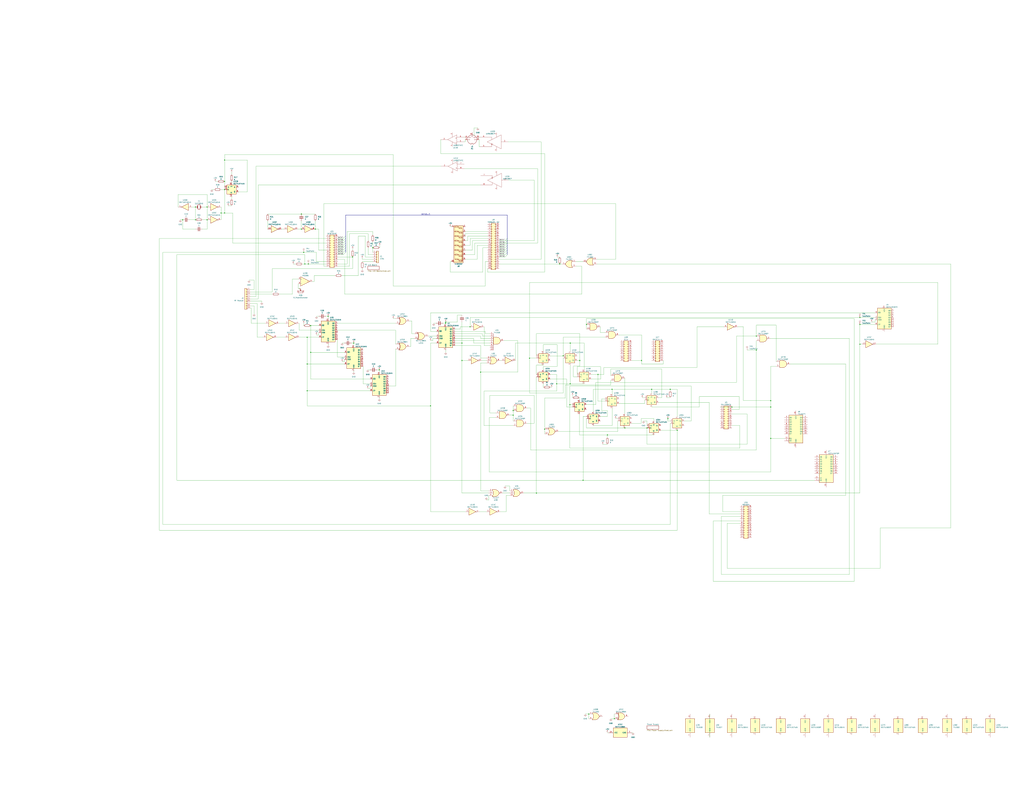
<source format=kicad_sch>
(kicad_sch (version 20230121) (generator eeschema)
  (paper "E")
  (junction (at 335.28 426.72))
  (junction (at 728.98 457.2))
  (junction (at 336.55 288.29))
  (junction (at 640.08 354.33))
  (junction (at 825.5 367.03))
  (junction (at 585.47 538.48))
  (junction (at 335.28 397.51))
  (junction (at 706.12 467.36))
  (junction (at 739.14 469.9))
  (junction (at 798.83 444.5))
  (junction (at 213.36 226.06))
  (junction (at 513.08 356.87))
  (junction (at 560.07 453.39))
  (junction (at 331.47 275.59))
  (junction (at 938.53 346.71))
  (junction (at 577.9114 391.16))
  (junction (at 406.8047 270.51))
  (junction (at 344.17 250.19))
  (junction (at 610.87 288.29))
  (junction (at 700.1922 393.7))
  (junction (at 386.08 374.65))
  (junction (at 632.798 393.7))
  (junction (at 607.5502 419.1))
  (junction (at 335.28 368.3))
  (junction (at 504.19 374.65))
  (junction (at 245.11 198.12))
  (junction (at 245.11 174.8032))
  (junction (at 469.9 443.23))
  (junction (at 199.39 240.03))
  (junction (at 621.9666 441.96))
  (junction (at 825.5 382.27))
  (junction (at 339.09 355.6))
  (junction (at 642.62 779.78))
  (junction (at 358.14 345.44))
  (junction (at 614.68 388.62))
  (junction (at 339.09 384.81))
  (junction (at 841.1707 478.79))
  (junction (at 668.02 425.1257))
  (junction (at 226.06 226.06))
  (junction (at 938.53 375.92))
  (junction (at 245.11 232.6112))
  (junction (at 213.36 240.03))
  (junction (at 241.3 232.6112))
  (junction (at 681.99 467.36))
  (junction (at 711.2 425.1257))
  (junction (at 486.41 351.79))
  (junction (at 731.52 425.1257))
  (junction (at 938.53 354.33))
  (junction (at 594.36 468.63))
  (junction (at 328.93 250.19))
  (junction (at 245.11 207.01))
  (junction (at 622.3662 374.65))
  (junction (at 841.1707 437.5217))
  (junction (at 504.19 393.7))
  (junction (at 652.639 408.94))
  (junction (at 226.06 240.03))
  (junction (at 328.93 233.68))
  (junction (at 414.02 403.86))
  (junction (at 524.51 406.4))
  (junction (at 486.41 353.06))
  (junction (at 841.1707 444.5))
  (junction (at 622.3 419.1))
  (junction (at 662.94 474.98))
  (junction (at 384.81 280.67))
  (junction (at 560.07 448.31))
  (junction (at 332.74 288.29))
  (junction (at 670.56 784.86))
  (junction (at 636.3939 524.51))
  (bus_entry (at 551.18 280.67) (size 2.54 -2.54))
  (bus_entry (at 374.65 273.05) (size 2.54 -2.54))
  (bus_entry (at 551.18 267.97) (size 2.54 -2.54))
  (bus_entry (at 551.18 270.51) (size 2.54 -2.54))
  (bus_entry (at 374.65 260.35) (size 2.54 -2.54))
  (bus_entry (at 551.18 275.59) (size 2.54 -2.54))
  (bus_entry (at 551.18 278.13) (size 2.54 -2.54))
  (bus_entry (at 551.18 262.89) (size 2.54 -2.54))
  (bus_entry (at 374.65 275.59) (size 2.54 -2.54))
  (bus_entry (at 551.18 273.05) (size 2.54 -2.54))
  (bus_entry (at 374.65 270.51) (size 2.54 -2.54))
  (bus_entry (at 374.6334 278.13) (size 2.54 -2.54))
  (bus_entry (at 374.65 267.97) (size 2.54 -2.54))
  (bus_entry (at 374.65 262.89) (size 2.54 -2.54))
  (bus_entry (at 551.18 265.43) (size 2.54 -2.54))
  (bus_entry (at 374.65 265.43) (size 2.54 -2.54))
  (wire (pts (xy 728.98 459.74) (xy 731.52 459.74)))
  (wire (pts (xy 938.53 375.92) (xy 938.53 538.48)))
  (wire (pts (xy 396.24 419.1) (xy 396.24 400.05)))
  (wire (pts (xy 524.51 535.94) (xy 533.4 535.94)))
  (wire (pts (xy 532.13 270.51) (xy 527.05 270.51)))
  (wire (pts (xy 483.4653 353.06) (xy 486.41 353.06)))
  (wire (pts (xy 496.57 369.57) (xy 516.89 369.57)))
  (wire (pts (xy 662.94 477.6892) (xy 662.94 474.98)))
  (wire (pts (xy 621.9666 489.4485) (xy 807.5638 489.4485)))
  (wire (pts (xy 391.16 257.81) (xy 391.16 300.99)))
  (wire (pts (xy 640.08 454.66) (xy 636.3939 454.66)))
  (wire (pts (xy 652.639 408.94) (xy 652.639 438.15)))
  (wire (pts (xy 825.5 372.11) (xy 825.5 382.27)))
  (wire (pts (xy 339.09 384.81) (xy 375.92 384.81)))
  (bus (pts (xy 377.19 234.95) (xy 553.72 234.95)))
  (wire (pts (xy 585.47 538.48) (xy 938.53 538.48)))
  (wire (pts (xy 297.18 293.37) (xy 297.18 318.77)))
  (wire (pts (xy 524.51 406.4) (xy 524.51 535.94)))
  (wire (pts (xy 718.82 434.34) (xy 722.213 434.34)))
  (wire (pts (xy 207.01 240.03) (xy 213.36 240.03)))
  (wire (pts (xy 806.8945 447.04) (xy 798.83 447.04)))
  (wire (pts (xy 319.1747 304.8) (xy 319.1747 321.31)))
  (wire (pts (xy 668.02 425.1257) (xy 711.2 425.1257)))
  (wire (pts (xy 722.213 434.34) (xy 722.213 403.0429)))
  (wire (pts (xy 414.02 434.34) (xy 414.02 435.61)))
  (wire (pts (xy 342.9 300.99) (xy 342.9 307.34)))
  (wire (pts (xy 469.9 374.65) (xy 469.9 443.23)))
  (wire (pts (xy 624.84 431.8) (xy 624.84 434.34)))
  (wire (pts (xy 245.11 198.12) (xy 245.11 204.47)))
  (wire (pts (xy 520.7 283.21) (xy 508 283.21)))
  (bus (pts (xy 553.72 273.05) (xy 553.72 275.59)))
  (wire (pts (xy 269.9454 174.8032) (xy 245.11 174.8032)))
  (wire (pts (xy 281.94 201.93) (xy 281.94 326.39)))
  (wire (pts (xy 629.92 411.48) (xy 625.8424 411.48)))
  (wire (pts (xy 449.58 350.52) (xy 449.58 364.49)))
  (wire (pts (xy 723.9 397.51) (xy 723.9 393.7)))
  (wire (pts (xy 582.93 462.28) (xy 582.93 431.8)))
  (wire (pts (xy 713.74 474.98) (xy 662.94 474.98)))
  (wire (pts (xy 411.48 403.86) (xy 414.02 403.86)))
  (wire (pts (xy 406.8047 283.21) (xy 395.3747 283.21)))
  (wire (pts (xy 213.36 226.06) (xy 213.36 240.03)))
  (wire (pts (xy 544.83 267.97) (xy 551.18 267.97)))
  (bus (pts (xy 553.72 262.89) (xy 553.72 265.43)))
  (wire (pts (xy 629.92 408.94) (xy 629.92 400.4498)))
  (wire (pts (xy 326.39 360.68) (xy 347.98 360.68)))
  (wire (pts (xy 1037.59 576.58) (xy 1037.59 288.29)))
  (wire (pts (xy 368.3 370.84) (xy 368.3 389.89)))
  (wire (pts (xy 376.1563 321.31) (xy 635 321.31)))
  (bus (pts (xy 553.72 265.43) (xy 553.72 267.97)))
  (wire (pts (xy 335.28 397.51) (xy 335.28 426.72)))
  (wire (pts (xy 608.0106 376.3729) (xy 593.09 376.3729)))
  (wire (pts (xy 368.7047 290.83) (xy 381.4047 290.83)))
  (wire (pts (xy 476.25 361.95) (xy 469.9 361.95)))
  (wire (pts (xy 600.71 408.94) (xy 607.5502 408.94)))
  (wire (pts (xy 491.49 285.75) (xy 492.76 285.75)))
  (wire (pts (xy 583.1547 262.89) (xy 583.1547 196.85)))
  (bus (pts (xy 553.72 234.95) (xy 553.72 260.35)))
  (wire (pts (xy 520.7 267.97) (xy 520.7 283.21)))
  (wire (pts (xy 529.59 364.49) (xy 529.59 361.95)))
  (wire (pts (xy 562.61 393.7) (xy 562.61 374.65)))
  (wire (pts (xy 622.3 383.54) (xy 622.3 375.0353)))
  (wire (pts (xy 330.2 288.29) (xy 332.74 288.29)))
  (wire (pts (xy 331.47 275.59) (xy 177.8 275.59)))
  (wire (pts (xy 401.7247 278.13) (xy 401.7247 270.51)))
  (wire (pts (xy 522.8353 160.02) (xy 522.8353 152.4)))
  (wire (pts (xy 666.75 403.0429) (xy 666.75 410.21)))
  (wire (pts (xy 544.83 275.59) (xy 551.18 275.59)))
  (bus (pts (xy 377.19 273.05) (xy 377.19 270.51)))
  (wire (pts (xy 375.92 392.43) (xy 375.92 394.97)))
  (wire (pts (xy 254 265.43) (xy 254 232.6112)))
  (wire (pts (xy 280.67 331.47) (xy 273.4547 331.47)))
  (wire (pts (xy 668.02 464.82) (xy 668.02 445.77)))
  (wire (pts (xy 645.16 408.94) (xy 652.639 408.94)))
  (wire (pts (xy 274.32 336.55) (xy 274.32 353.06)))
  (wire (pts (xy 640.08 457.2) (xy 640.08 467.36)))
  (wire (pts (xy 840.74 369.57) (xy 927.1 369.57)))
  (bus (pts (xy 553.72 270.51) (xy 553.72 273.05)))
  (wire (pts (xy 326.39 368.3) (xy 335.28 368.3)))
  (wire (pts (xy 406.8047 264.16) (xy 406.8047 270.51)))
  (wire (pts (xy 632.46 474.98) (xy 632.46 452.12)))
  (wire (pts (xy 209.55 226.06) (xy 213.36 226.06)))
  (wire (pts (xy 476.25 369.57) (xy 472.44 369.57)))
  (wire (pts (xy 304.8 353.06) (xy 311.15 353.06)))
  (wire (pts (xy 544.83 265.43) (xy 551.18 265.43)))
  (wire (pts (xy 395.3747 283.21) (xy 395.3747 281.94)))
  (wire (pts (xy 593.09 400.1823) (xy 608.0106 400.1823)))
  (wire (pts (xy 556.26 453.39) (xy 560.07 453.39)))
  (wire (pts (xy 622.3 419.1) (xy 607.5502 419.1)))
  (wire (pts (xy 721.36 469.9) (xy 739.14 469.9)))
  (wire (pts (xy 548.64 538.48) (xy 556.26 538.48)))
  (wire (pts (xy 594.36 468.63) (xy 594.36 473.71)))
  (wire (pts (xy 841.1707 444.5) (xy 841.1707 437.5217)))
  (wire (pts (xy 279.4 181.61) (xy 481.33 181.61)))
  (wire (pts (xy 647.7 449.58) (xy 647.7 425.1257)))
  (wire (pts (xy 528.2571 427.1787) (xy 528.2571 464.82)))
  (wire (pts (xy 469.9 374.65) (xy 476.25 374.65)))
  (wire (pts (xy 513.08 267.97) (xy 508 267.97)))
  (wire (pts (xy 938.53 354.33) (xy 955.04 354.33)))
  (wire (pts (xy 586.74 184.15) (xy 586.74 265.43)))
  (wire (pts (xy 607.5502 427.1787) (xy 528.2571 427.1787)))
  (wire (pts (xy 245.11 168.91) (xy 245.11 174.8032)))
  (wire (pts (xy 269.9454 209.55) (xy 269.9454 174.8032)))
  (wire (pts (xy 655.5372 414.02) (xy 645.16 414.02)))
  (wire (pts (xy 788.67 558.8) (xy 807.72 558.8)))
  (wire (pts (xy 368.7047 260.35) (xy 374.65 260.35)))
  (wire (pts (xy 532.13 297.18) (xy 532.13 293.37)))
  (wire (pts (xy 325.5247 314.96) (xy 328.0647 314.96)))
  (wire (pts (xy 447.04 378.46) (xy 448.31 378.46)))
  (wire (pts (xy 662.94 800.1) (xy 664.21 800.1)))
  (wire (pts (xy 636.3939 524.51) (xy 193.04 524.51)))
  (wire (pts (xy 391.16 300.99) (xy 373.38 300.99)))
  (wire (pts (xy 594.36 434.7478) (xy 617.0629 434.7478)))
  (wire (pts (xy 656.6245 448.5262) (xy 663.0029 448.5262)))
  (wire (pts (xy 378.8647 252.8504) (xy 378.8647 288.29)))
  (wire (pts (xy 273.4547 328.93) (xy 285.75 328.93)))
  (wire (pts (xy 342.9 307.34) (xy 340.7647 307.34)))
  (wire (pts (xy 516.89 369.57) (xy 516.89 374.65)))
  (wire (pts (xy 529.59 364.49) (xy 534.67 364.49)))
  (wire (pts (xy 556.26 530.86) (xy 556.26 535.94)))
  (wire (pts (xy 553.72 265.43) (xy 551.18 265.43)))
  (wire (pts (xy 774.7 805.18) (xy 774.7 779.78)))
  (wire (pts (xy 448.31 369.57) (xy 452.12 369.57)))
  (wire (pts (xy 666.75 784.86) (xy 670.56 784.86)))
  (wire (pts (xy 803.8434 417.5621) (xy 803.8434 367.03)))
  (wire (pts (xy 607.5502 419.1) (xy 607.5502 427.1787)))
  (wire (pts (xy 671.83 283.21) (xy 651.51 283.21)))
  (wire (pts (xy 502.3908 356.87) (xy 502.3908 359.41)))
  (wire (pts (xy 618.49 444.5) (xy 624.84 444.5)))
  (wire (pts (xy 528.32 356.87) (xy 528.32 377.19)))
  (bus (pts (xy 377.19 265.43) (xy 377.19 262.89)))
  (wire (pts (xy 666.75 420.2632) (xy 666.75 415.29)))
  (wire (pts (xy 527.05 297.18) (xy 491.49 297.18)))
  (wire (pts (xy 560.07 453.39) (xy 560.07 459.74)))
  (wire (pts (xy 496.57 367.03) (xy 524.479 367.03)))
  (wire (pts (xy 788.67 541.02) (xy 788.67 558.8)))
  (wire (pts (xy 778.51 635) (xy 778.51 568.96)))
  (wire (pts (xy 671.83 222.25) (xy 671.83 283.21)))
  (wire (pts (xy 429.26 347.98) (xy 431.8 347.98)))
  (wire (pts (xy 429.26 312.42) (xy 429.26 168.91)))
  (wire (pts (xy 356.0047 273.05) (xy 347.6755 273.05)))
  (wire (pts (xy 659.13 401.32) (xy 659.13 408.94)))
  (wire (pts (xy 336.55 288.29) (xy 356.0047 288.29)))
  (wire (pts (xy 594.36 468.63) (xy 594.36 434.7478)))
  (wire (pts (xy 492.76 247.65) (xy 491.49 247.65)))
  (wire (pts (xy 513.08 346.71) (xy 938.53 346.71)))
  (wire (pts (xy 841.1707 400.05) (xy 841.1707 437.5217)))
  (wire (pts (xy 424.18 421.64) (xy 431.8 421.64)))
  (wire (pts (xy 499.11 344.17) (xy 499.11 351.79)))
  (wire (pts (xy 600.71 388.62) (xy 614.68 388.62)))
  (wire (pts (xy 401.7247 255.27) (xy 401.7247 262.89)))
  (wire (pts (xy 356.0047 265.43) (xy 254 265.43)))
  (wire (pts (xy 621.9666 441.96) (xy 621.9666 421.64)))
  (wire (pts (xy 513.08 346.71) (xy 513.08 356.87)))
  (wire (pts (xy 292.1 233.68) (xy 328.93 233.68)))
  (wire (pts (xy 510.54 257.81) (xy 510.54 262.89)))
  (wire (pts (xy 353.5676 290.83) (xy 353.5676 222.25)))
  (wire (pts (xy 703.58 440.69) (xy 703.58 436.88)))
  (wire (pts (xy 1023.62 375.92) (xy 956.31 375.92)))
  (wire (pts (xy 579.12 445.77) (xy 575.31 445.77)))
  (wire (pts (xy 825.5 382.27) (xy 815.34 382.27)))
  (wire (pts (xy 955.04 351.79) (xy 951.23 351.79)))
  (wire (pts (xy 640.08 441.96) (xy 650.3527 441.96)))
  (wire (pts (xy 528.2571 464.82) (xy 560.07 464.82)))
  (wire (pts (xy 234.95 198.12) (xy 237.49 198.12)))
  (wire (pts (xy 532.13 252.73) (xy 508 252.73)))
  (wire (pts (xy 528.32 377.19) (xy 534.67 377.19)))
  (wire (pts (xy 245.11 232.6112) (xy 241.3 232.6112)))
  (wire (pts (xy 231.14 207.01) (xy 233.68 207.01)))
  (wire (pts (xy 332.74 288.29) (xy 336.55 288.29)))
  (wire (pts (xy 368.7047 262.89) (xy 374.65 262.89)))
  (bus (pts (xy 377.1734 275.59) (xy 377.1734 274.32)))
  (wire (pts (xy 335.28 368.3) (xy 335.28 397.51)))
  (wire (pts (xy 629.92 400.4498) (xy 655.5372 400.4498)))
  (wire (pts (xy 486.41 353.06) (xy 486.41 354.33)))
  (wire (pts (xy 847.09 355.1662) (xy 847.09 394.97)))
  (wire (pts (xy 368.7047 273.05) (xy 374.65 273.05)))
  (wire (pts (xy 518.16 265.43) (xy 518.16 278.13)))
  (wire (pts (xy 302.26 368.3) (xy 311.15 368.3)))
  (wire (pts (xy 504.19 374.65) (xy 504.19 351.79)))
  (wire (pts (xy 279.4 323.85) (xy 273.4547 323.85)))
  (wire (pts (xy 532.13 285.75) (xy 529.59 285.75)))
  (wire (pts (xy 746.76 459.74) (xy 754.38 459.74)))
  (wire (pts (xy 526.5949 367.03) (xy 526.5949 364.49)))
  (wire (pts (xy 499.11 344.17) (xy 504.19 344.17)))
  (wire (pts (xy 396.24 419.1) (xy 403.86 419.1)))
  (wire (pts (xy 711.2 444.5) (xy 763.2556 444.5)))
  (wire (pts (xy 793.5541 620.5369) (xy 960.7438 620.5369)))
  (wire (pts (xy 516.89 374.65) (xy 534.67 374.65)))
  (wire (pts (xy 763.2556 433.1574) (xy 806.8945 433.1574)))
  (wire (pts (xy 307.34 250.19) (xy 309.88 250.19)))
  (wire (pts (xy 280.67 368.3) (xy 280.67 331.47)))
  (wire (pts (xy 504.19 538.48) (xy 533.4 538.48)))
  (wire (pts (xy 448.31 378.46) (xy 448.31 369.57)))
  (wire (pts (xy 577.9114 391.16) (xy 585.47 391.16)))
  (wire (pts (xy 277.2647 306.07) (xy 277.2647 316.23)))
  (wire (pts (xy 486.41 351.79) (xy 499.11 351.79)))
  (wire (pts (xy 614.68 368.3) (xy 614.68 388.62)))
  (wire (pts (xy 273.4547 321.31) (xy 297.18 321.31)))
  (wire (pts (xy 640.08 347.9392) (xy 932.18 347.9392)))
  (wire (pts (xy 368.7047 280.67) (xy 384.81 280.67)))
  (bus (pts (xy 377.19 262.89) (xy 377.19 260.35)))
  (wire (pts (xy 660.4 368.3) (xy 614.68 368.3)))
  (wire (pts (xy 706.12 467.36) (xy 706.12 485.14)))
  (wire (pts (xy 365.76 300.99) (xy 342.9 300.99)))
  (wire (pts (xy 807.72 571.5) (xy 793.5541 571.5)))
  (wire (pts (xy 582.93 431.8) (xy 534.67 431.8)))
  (wire (pts (xy 699.77 457.2) (xy 699.77 462.28)))
  (wire (pts (xy 449.58 364.49) (xy 452.12 364.49)))
  (wire (pts (xy 515.62 273.05) (xy 508 273.05)))
  (wire (pts (xy 226.06 250.19) (xy 220.98 250.19)))
  (wire (pts (xy 739.14 579.12) (xy 739.14 469.9)))
  (wire (pts (xy 659.13 408.94) (xy 652.639 408.94)))
  (wire (pts (xy 1023.62 308.61) (xy 1023.62 375.92)))
  (wire (pts (xy 378.8647 252.8504) (xy 406.8047 252.8504)))
  (wire (pts (xy 638.81 779.78) (xy 642.62 779.78)))
  (wire (pts (xy 467.36 367.03) (xy 476.25 367.03)))
  (wire (pts (xy 927.1 627.38) (xy 787.4 627.38)))
  (wire (pts (xy 640.08 467.36) (xy 681.99 467.36)))
  (wire (pts (xy 728.98 455.93) (xy 728.98 457.2)))
  (wire (pts (xy 811.3796 356.87) (xy 811.3796 437.5217)))
  (wire (pts (xy 938.53 375.92) (xy 941.07 375.92)))
  (wire (pts (xy 731.52 426.72) (xy 731.52 425.1257)))
  (wire (pts (xy 398.78 280.67) (xy 406.8047 280.67)))
  (wire (pts (xy 585.47 408.94) (xy 585.47 398.78)))
  (wire (pts (xy 517.4896 147.8379) (xy 517.4896 147.813)))
  (wire (pts (xy 610.87 280.67) (xy 608.33 280.67)))
  (wire (pts (xy 590.55 283.21) (xy 590.55 154.94)))
  (wire (pts (xy 326.39 353.06) (xy 326.39 360.68)))
  (wire (pts (xy 923.0109 541.02) (xy 788.67 541.02)))
  (wire (pts (xy 486.41 351.79) (xy 486.41 353.06)))
  (wire (pts (xy 960.7438 576.58) (xy 1037.59 576.58)))
  (wire (pts (xy 401.32 403.86) (xy 403.86 403.86)))
  (wire (pts (xy 544.83 280.67) (xy 551.18 280.67)))
  (wire (pts (xy 544.83 273.05) (xy 551.18 273.05)))
  (wire (pts (xy 617.0629 434.7478) (xy 617.0629 420.2632)))
  (wire (pts (xy 675.64 440.69) (xy 703.58 440.69)))
  (wire (pts (xy 526.5949 367.03) (xy 534.67 367.03)))
  (wire (pts (xy 613.41 288.29) (xy 610.87 288.29)))
  (wire (pts (xy 700.1922 365.76) (xy 700.1922 393.7)))
  (wire (pts (xy 700.1922 397.51) (xy 700.1922 393.7)))
  (wire (pts (xy 241.3 207.01) (xy 245.11 207.01)))
  (wire (pts (xy 560.07 448.31) (xy 560.07 453.39)))
  (wire (pts (xy 544.83 288.29) (xy 610.87 288.29)))
  (wire (pts (xy 544.83 262.89) (xy 551.18 262.89)))
  (bus (pts (xy 553.72 267.97) (xy 553.72 270.51)))
  (wire (pts (xy 825.5 355.1662) (xy 847.09 355.1662)))
  (wire (pts (xy 706.12 464.82) (xy 706.12 459.74)))
  (wire (pts (xy 529.59 312.42) (xy 429.26 312.42)))
  (wire (pts (xy 395.3747 293.37) (xy 395.3747 294.64)))
  (wire (pts (xy 356.0047 260.35) (xy 173.99 260.35)))
  (wire (pts (xy 398.78 257.81) (xy 398.78 280.67)))
  (wire (pts (xy 534.0186 515.5208) (xy 534.0186 455.93)))
  (wire (pts (xy 491.49 297.18) (xy 491.49 285.75)))
  (wire (pts (xy 496.57 359.41) (xy 502.3908 359.41)))
  (wire (pts (xy 524.51 396.24) (xy 524.51 406.4)))
  (wire (pts (xy 532.13 262.89) (xy 515.62 262.89)))
  (wire (pts (xy 763.2556 444.5) (xy 763.2556 433.1574)))
  (wire (pts (xy 533.4 541.02) (xy 533.4 546.1)))
  (wire (pts (xy 532.13 255.27) (xy 508 255.27)))
  (wire (pts (xy 534.67 431.8) (xy 534.67 450.85)))
  (wire (pts (xy 585.47 398.78) (xy 593.09 398.78)))
  (wire (pts (xy 825.5 382.27) (xy 825.5 491.49)))
  (wire (pts (xy 517.3402 147.8379) (xy 517.4896 147.8379)))
  (wire (pts (xy 173.99 579.12) (xy 739.14 579.12)))
  (wire (pts (xy 590.55 154.94) (xy 554.5853 154.94)))
  (wire (pts (xy 585.47 411.48) (xy 585.47 538.48)))
  (wire (pts (xy 609.6 471.17) (xy 674.37 471.17)))
  (wire (pts (xy 429.26 168.91) (xy 245.11 168.91)))
  (wire (pts (xy 386.08 374.65) (xy 386.08 377.19)))
  (bus (pts (xy 553.72 275.59) (xy 553.72 278.13)))
  (wire (pts (xy 803.8434 367.03) (xy 825.5 367.03)))
  (wire (pts (xy 339.09 355.6) (xy 347.98 355.6)))
  (wire (pts (xy 815.34 485.14) (xy 815.34 452.12)))
  (wire (pts (xy 506.3253 154.94) (xy 507.5953 154.94)))
  (wire (pts (xy 508 255.27) (xy 508 257.81)))
  (wire (pts (xy 285.75 328.93) (xy 285.75 330.2)))
  (wire (pts (xy 774.0904 439.42) (xy 774.0904 561.34)))
  (wire (pts (xy 375.92 394.97) (xy 373.38 394.97)))
  (wire (pts (xy 248.92 224.79) (xy 252.73 224.79)))
  (bus (pts (xy 377.19 274.32) (xy 377.19 273.05)))
  (wire (pts (xy 786.13 444.5) (xy 798.83 444.5)))
  (wire (pts (xy 660.4 435.61) (xy 656.6245 435.61)))
  (wire (pts (xy 713.74 459.74) (xy 713.74 457.2)))
  (wire (pts (xy 532.13 265.43) (xy 518.16 265.43)))
  (wire (pts (xy 532.13 257.81) (xy 510.54 257.81)))
  (wire (pts (xy 663.0029 448.5262) (xy 663.0029 454.66)))
  (wire (pts (xy 381.4047 255.27) (xy 381.4047 290.83)))
  (wire (pts (xy 254 232.6112) (xy 245.11 232.6112)))
  (wire (pts (xy 414.02 403.86) (xy 414.02 406.4)))
  (wire (pts (xy 608.0106 400.1823) (xy 608.0106 376.3729)))
  (wire (pts (xy 319.1747 321.31) (xy 304.8 321.31)))
  (wire (pts (xy 252.73 198.12) (xy 252.73 199.39)))
  (wire (pts (xy 431.8 360.68) (xy 368.3 360.68)))
  (wire (pts (xy 593.09 376.3729) (xy 593.09 383.54)))
  (wire (pts (xy 472.44 369.57) (xy 472.44 372.11)))
  (wire (pts (xy 194.31 212.4543) (xy 226.06 212.4543)))
  (wire (pts (xy 347.6755 250.19) (xy 344.17 250.19)))
  (wire (pts (xy 325.12 250.19) (xy 328.93 250.19)))
  (wire (pts (xy 642.62 779.78) (xy 642.62 784.86)))
  (wire (pts (xy 806.8945 433.1574) (xy 806.8945 447.04)))
  (wire (pts (xy 472.44 372.11) (xy 469.9 372.11)))
  (wire (pts (xy 546.1 393.7) (xy 547.37 393.7)))
  (wire (pts (xy 662.94 474.98) (xy 632.46 474.98)))
  (wire (pts (xy 593.09 419.1) (xy 593.09 422.91)))
  (wire (pts (xy 522.8353 160.02) (xy 524.1053 160.02)))
  (wire (pts (xy 353.5676 222.25) (xy 671.83 222.25)))
  (wire (pts (xy 640.08 354.33) (xy 640.08 347.9392)))
  (wire (pts (xy 706.12 485.14) (xy 815.34 485.14)))
  (wire (pts (xy 841.1707 400.05) (xy 847.09 400.05)))
  (wire (pts (xy 760.73 401.32) (xy 659.13 401.32)))
  (wire (pts (xy 510.54 393.7) (xy 504.19 393.7)))
  (wire (pts (xy 553.72 262.89) (xy 583.1547 262.89)))
  (wire (pts (xy 368.7047 270.51) (xy 374.65 270.51)))
  (wire (pts (xy 621.9666 421.64) (xy 754.38 421.64)))
  (wire (pts (xy 381.4047 255.27) (xy 401.7247 255.27)))
  (wire (pts (xy 245.11 174.8032) (xy 245.11 198.12)))
  (wire (pts (xy 335.28 368.3) (xy 347.98 368.3)))
  (wire (pts (xy 807.5638 464.82) (xy 798.83 464.82)))
  (wire (pts (xy 675.64 365.76) (xy 700.1922 365.76)))
  (wire (pts (xy 524.51 391.16) (xy 530.86 391.16)))
  (wire (pts (xy 622.3 419.1) (xy 622.3 398.78)))
  (wire (pts (xy 391.16 257.81) (xy 398.78 257.81)))
  (wire (pts (xy 713.74 457.2) (xy 699.77 457.2)))
  (wire (pts (xy 273.4547 318.77) (xy 297.18 318.77)))
  (wire (pts (xy 635 321.31) (xy 635 290.83)))
  (wire (pts (xy 331.47 353.06) (xy 331.47 355.6)))
  (wire (pts (xy 524.51 396.24) (xy 530.86 396.24)))
  (wire (pts (xy 640.08 354.33) (xy 640.08 359.41)))
  (wire (pts (xy 668.02 430.53) (xy 668.02 425.1257)))
  (wire (pts (xy 551.18 262.89) (xy 553.72 262.89)))
  (wire (pts (xy 553.72 265.43) (xy 586.74 265.43)))
  (wire (pts (xy 226.06 212.4543) (xy 226.06 226.06)))
  (wire (pts (xy 655.32 356.87) (xy 655.32 363.22)))
  (wire (pts (xy 414.4247 267.97) (xy 414.4247 270.51)))
  (wire (pts (xy 674.37 471.17) (xy 674.37 459.74)))
  (wire (pts (xy 368.7047 288.29) (xy 378.8647 288.29)))
  (wire (pts (xy 699.77 462.28) (xy 689.61 462.28)))
  (wire (pts (xy 938.53 346.71) (xy 955.04 346.71)))
  (wire (pts (xy 525.78 393.7) (xy 530.86 393.7)))
  (wire (pts (xy 815.34 452.12) (xy 798.83 452.12)))
  (wire (pts (xy 339.09 355.6) (xy 339.09 384.81)))
  (wire (pts (xy 718.82 439.42) (xy 774.0904 439.42)))
  (wire (pts (xy 447.04 350.52) (xy 449.58 350.52)))
  (wire (pts (xy 825.5 367.03) (xy 825.5 355.1662)))
  (wire (pts (xy 274.32 353.06) (xy 289.56 353.06)))
  (wire (pts (xy 521.5653 139.7) (xy 517.3402 139.7)))
  (wire (pts (xy 384.81 271.78) (xy 384.81 273.05)))
  (wire (pts (xy 252.73 214.63) (xy 252.73 217.17)))
  (wire (pts (xy 273.4547 334.01) (xy 277.2647 334.01)))
  (wire (pts (xy 793.5541 571.5) (xy 793.5541 620.5369)))
  (wire (pts (xy 241.3 226.06) (xy 241.3 232.6112)))
  (wire (pts (xy 194.31 226.06) (xy 194.31 212.4543)))
  (wire (pts (xy 841.1707 515.5208) (xy 534.0186 515.5208)))
  (wire (pts (xy 271.78 306.07) (xy 277.2647 306.07)))
  (wire (pts (xy 622.3662 374.65) (xy 637.54 374.65)))
  (wire (pts (xy 556.26 541.02) (xy 552.45 541.02)))
  (wire (pts (xy 395.3747 285.75) (xy 406.8047 285.75)))
  (wire (pts (xy 593.09 403.86) (xy 593.09 400.1823)))
  (wire (pts (xy 618.49 414.02) (xy 618.49 444.5)))
  (wire (pts (xy 960.7438 620.5369) (xy 960.7438 576.58)))
  (wire (pts (xy 193.04 278.13) (xy 332.74 278.13)))
  (wire (pts (xy 196.85 240.03) (xy 199.39 240.03)))
  (wire (pts (xy 347.6755 273.05) (xy 347.6755 250.19)))
  (wire (pts (xy 226.06 240.03) (xy 226.06 250.19)))
  (wire (pts (xy 496.57 374.65) (xy 504.19 374.65)))
  (wire (pts (xy 213.36 250.19) (xy 199.39 250.19)))
  (wire (pts (xy 671.83 457.2) (xy 674.37 457.2)))
  (wire (pts (xy 339.09 384.81) (xy 339.09 414.02)))
  (wire (pts (xy 927.1 369.57) (xy 927.1 627.38)))
  (wire (pts (xy 177.8 275.59) (xy 177.8 572.77)))
  (wire (pts (xy 277.2647 334.01) (xy 277.2647 342.9)))
  (wire (pts (xy 622.3 375.0353) (xy 622.3662 375.0353)))
  (wire (pts (xy 530.86 546.1) (xy 533.4 546.1)))
  (wire (pts (xy 386.08 405.13) (xy 386.08 406.4)))
  (wire (pts (xy 663.0029 454.66) (xy 655.32 454.66)))
  (wire (pts (xy 529.59 285.75) (xy 529.59 312.42)))
  (wire (pts (xy 825.5 491.49) (xy 579.12 491.49)))
  (wire (pts (xy 632.798 364.4237) (xy 632.798 393.7)))
  (wire (pts (xy 517.3402 139.7) (xy 517.3402 147.8379)))
  (wire (pts (xy 805.18 356.87) (xy 811.3796 356.87)))
  (wire (pts (xy 345.3858 285.75) (xy 345.3858 275.59)))
  (wire (pts (xy 220.98 240.03) (xy 226.06 240.03)))
  (wire (pts (xy 594.36 297.18) (xy 532.13 297.18)))
  (wire (pts (xy 632.798 393.7) (xy 629.92 393.7)))
  (wire (pts (xy 507.5953 154.94) (xy 507.5953 152.4)))
  (wire (pts (xy 345.44 345.44) (xy 347.98 345.44)))
  (wire (pts (xy 383.54 374.65) (xy 386.08 374.65)))
  (wire (pts (xy 328.93 233.68) (xy 344.17 233.68)))
  (wire (pts (xy 571.5 538.48) (xy 585.47 538.48)))
  (wire (pts (xy 544.83 283.21) (xy 590.55 283.21)))
  (bus (pts (xy 553.72 260.35) (xy 553.72 262.89)))
  (wire (pts (xy 524.479 369.57) (xy 534.67 369.57)))
  (wire (pts (xy 347.98 365.76) (xy 345.44 365.76)))
  (wire (pts (xy 374.6334 278.13) (xy 368.7047 278.13)))
  (wire (pts (xy 431.8 381) (xy 431.8 421.64)))
  (wire (pts (xy 625.8424 399.9147) (xy 632.798 399.9147)))
  (wire (pts (xy 241.3 232.6112) (xy 241.3 240.03)))
  (wire (pts (xy 522.8353 149.86) (xy 524.1053 149.86)))
  (wire (pts (xy 579.12 491.49) (xy 579.12 445.77)))
  (wire (pts (xy 577.9114 391.16) (xy 577.9114 308.61)))
  (wire (pts (xy 841.1707 478.79) (xy 841.1707 444.5)))
  (wire (pts (xy 607.5502 408.94) (xy 607.5502 419.1)))
  (wire (pts (xy 552.45 558.8) (xy 546.1 558.8)))
  (wire (pts (xy 496.57 361.95) (xy 529.59 361.95)))
  (wire (pts (xy 577.9114 308.61) (xy 1023.62 308.61)))
  (wire (pts (xy 356.0047 285.75) (xy 345.3858 285.75)))
  (wire (pts (xy 711.2 429.26) (xy 711.2 425.1257)))
  (wire (pts (xy 252.73 187.96) (xy 252.73 190.5)))
  (wire (pts (xy 403.86 424.18) (xy 401.32 424.18)))
  (wire (pts (xy 681.99 467.36) (xy 706.12 467.36)))
  (wire (pts (xy 220.98 226.06) (xy 226.06 226.06)))
  (wire (pts (xy 932.18 635) (xy 778.51 635)))
  (wire (pts (xy 670.56 784.86) (xy 670.56 779.78)))
  (wire (pts (xy 656.6245 435.61) (xy 656.6245 448.5262)))
  (wire (pts (xy 260.35 209.55) (xy 269.9454 209.55)))
  (wire (pts (xy 373.38 374.65) (xy 375.92 374.65)))
  (wire (pts (xy 594.36 167.64) (xy 594.36 297.18)))
  (wire (pts (xy 510.54 262.89) (xy 508 262.89)))
  (wire (pts (xy 274.32 336.55) (xy 273.4547 336.55)))
  (wire (pts (xy 193.04 524.51) (xy 193.04 278.13)))
  (wire (pts (xy 532.13 260.35) (xy 513.08 260.35)))
  (wire (pts (xy 173.99 260.35) (xy 173.99 579.12)))
  (wire (pts (xy 506.73 184.15) (xy 586.74 184.15)))
  (wire (pts (xy 625.8424 411.48) (xy 625.8424 399.9147)))
  (wire (pts (xy 632.46 434.34) (xy 632.46 436.88)))
  (wire (pts (xy 358.14 345.44) (xy 358.14 347.98)))
  (wire (pts (xy 335.28 426.72) (xy 403.86 426.72)))
  (wire (pts (xy 636.3939 454.66) (xy 636.3939 524.51)))
  (wire (pts (xy 681.99 412.75) (xy 681.99 452.12)))
  (wire (pts (xy 319.1747 304.8) (xy 325.5247 304.8)))
  (wire (pts (xy 469.9 558.8) (xy 508 558.8)))
  (wire (pts (xy 1037.59 288.29) (xy 651.51 288.29)))
  (wire (pts (xy 637.54 374.65) (xy 637.54 403.86)))
  (wire (pts (xy 807.5638 489.4485) (xy 807.5638 464.82)))
  (wire (pts (xy 798.83 444.5) (xy 841.1707 444.5)))
  (wire (pts (xy 524.51 377.19) (xy 524.51 391.16)))
  (wire (pts (xy 480.9253 167.64) (xy 594.36 167.64)))
  (wire (pts (xy 700.1922 393.7) (xy 689.61 393.7)))
  (wire (pts (xy 496.57 364.49) (xy 526.5949 364.49)))
  (wire (pts (xy 384.81 280.67) (xy 384.81 293.37)))
  (wire (pts (xy 787.4 627.38) (xy 787.4 563.88)))
  (wire (pts (xy 518.16 278.13) (xy 508 278.13)))
  (bus (pts (xy 377.19 234.95) (xy 377.19 257.81)))
  (wire (pts (xy 375.92 397.51) (xy 335.28 397.51)))
  (wire (pts (xy 273.4547 316.23) (xy 277.2647 316.23)))
  (wire (pts (xy 551.18 530.86) (xy 556.26 530.86)))
  (wire (pts (xy 332.74 278.13) (xy 332.74 288.29)))
  (wire (pts (xy 635 290.83) (xy 628.65 290.83)))
  (wire (pts (xy 524.51 377.19) (xy 496.57 377.19)))
  (wire (pts (xy 624.84 441.96) (xy 621.9666 441.96)))
  (wire (pts (xy 955.04 349.25) (xy 955.04 351.79)))
  (wire (pts (xy 647.7 464.82) (xy 668.02 464.82)))
  (wire (pts (xy 600.71 414.02) (xy 618.49 414.02)))
  (wire (pts (xy 938.53 354.33) (xy 938.53 375.92)))
  (wire (pts (xy 632.798 399.9147) (xy 632.798 393.7)))
  (wire (pts (xy 652.639 438.15) (xy 660.4 438.15)))
  (wire (pts (xy 722.213 403.0429) (xy 666.75 403.0429)))
  (bus (pts (xy 377.19 257.81) (xy 377.19 260.35)))
  (wire (pts (xy 617.0629 420.2632) (xy 666.75 420.2632)))
  (wire (pts (xy 778.51 568.96) (xy 807.72 568.96)))
  (wire (pts (xy 335.28 443.23) (xy 469.9 443.23)))
  (wire (pts (xy 279.4 181.61) (xy 279.4 323.85)))
  (wire (pts (xy 614.68 429.26) (xy 577.9114 429.26)))
  (wire (pts (xy 335.28 426.72) (xy 335.28 443.23)))
  (wire (pts (xy 711.2 425.1257) (xy 731.52 425.1257)))
  (wire (pts (xy 320.04 288.29) (xy 322.58 288.29)))
  (wire (pts (xy 739.14 425.1257) (xy 739.14 454.66)))
  (wire (pts (xy 534.67 450.85) (xy 541.02 450.85)))
  (wire (pts (xy 358.14 375.92) (xy 358.14 377.19)))
  (wire (pts (xy 199.39 250.19) (xy 199.39 240.03)))
  (wire (pts (xy 406.8047 278.13) (xy 401.7247 278.13)))
  (bus (pts (xy 377.19 270.51) (xy 377.19 267.97)))
  (wire (pts (xy 504.19 374.65) (xy 504.19 393.7)))
  (wire (pts (xy 636.3939 524.51) (xy 889 524.51)))
  (wire (pts (xy 549.91 372.11) (xy 565.15 372.11)))
  (wire (pts (xy 469.9 558.8) (xy 469.9 443.23)))
  (wire (pts (xy 376.1563 283.21) (xy 376.1563 321.31)))
  (wire (pts (xy 855.98 478.79) (xy 841.1707 478.79)))
  (wire (pts (xy 562.61 374.65) (xy 622.3662 374.65)))
  (wire (pts (xy 292.1 241.3) (xy 292.1 250.19)))
  (wire (pts (xy 655.5372 400.4498) (xy 655.5372 414.02)))
  (wire (pts (xy 524.479 369.57) (xy 524.479 367.03)))
  (wire (pts (xy 841.1707 478.79) (xy 841.1707 515.5208)))
  (wire (pts (xy 280.67 368.3) (xy 287.02 368.3)))
  (wire (pts (xy 469.9 341.63) (xy 955.04 341.63)))
  (wire (pts (xy 754.38 421.64) (xy 754.38 459.74)))
  (wire (pts (xy 506.3253 149.86) (xy 507.5953 149.86)))
  (wire (pts (xy 923.0109 397.51) (xy 923.0109 541.02)))
  (wire (pts (xy 701.04 434.34) (xy 703.58 434.34)))
  (wire (pts (xy 534.0186 455.93) (xy 541.02 455.93)))
  (wire (pts (xy 731.52 572.77) (xy 731.52 462.28)))
  (wire (pts (xy 727.71 434.34) (xy 731.52 434.34)))
  (wire (pts (xy 281.94 201.93) (xy 524.51 201.93)))
  (wire (pts (xy 345.3858 275.59) (xy 331.47 275.59)))
  (wire (pts (xy 347.98 363.22) (xy 347.98 365.76)))
  (wire (pts (xy 486.41 382.27) (xy 486.41 384.81)))
  (wire (pts (xy 532.13 267.97) (xy 520.7 267.97)))
  (wire (pts (xy 552.45 541.02) (xy 552.45 558.8)))
  (wire (pts (xy 515.62 262.89) (xy 515.62 273.05)))
  (wire (pts (xy 565.15 372.11) (xy 565.15 406.4)))
  (wire (pts (xy 406.8047 270.51) (xy 406.8047 275.59)))
  (wire (pts (xy 700.1922 397.51) (xy 723.9 397.51)))
  (wire (pts (xy 657.86 485.3092) (xy 662.94 485.3092)))
  (wire (pts (xy 281.94 326.39) (xy 273.4547 326.39)))
  (wire (pts (xy 177.8 572.77) (xy 731.52 572.77)))
  (wire (pts (xy 245.11 207.01) (xy 245.11 232.6112)))
  (wire (pts (xy 622.3662 374.65) (xy 622.3662 375.0353)))
  (wire (pts (xy 560.07 443.23) (xy 560.07 448.31)))
  (bus (pts (xy 377.19 267.97) (xy 377.19 265.43)))
  (wire (pts (xy 344.17 241.3) (xy 344.17 250.19)))
  (wire (pts (xy 575.31 462.28) (xy 582.93 462.28)))
  (wire (pts (xy 368.7047 275.59) (xy 374.65 275.59)))
  (wire (pts (xy 524.51 406.4) (xy 565.15 406.4)))
  (wire (pts (xy 600.71 422.91) (xy 601.98 422.91)))
  (wire (pts (xy 328.93 241.3) (xy 328.93 250.19)))
  (wire (pts (xy 403.86 414.02) (xy 339.09 414.02)))
  (wire (pts (xy 585.47 364.4237) (xy 632.798 364.4237)))
  (wire (pts (xy 789.94 356.87) (xy 760.73 356.87)))
  (wire (pts (xy 502.3908 356.87) (xy 513.08 356.87)))
  (wire (pts (xy 647.7 425.1257) (xy 668.02 425.1257)))
  (wire (pts (xy 523.24 558.8) (xy 530.86 558.8)))
  (wire (pts (xy 577.9114 429.26) (xy 577.9114 391.16)))
  (wire (pts (xy 585.47 388.62) (xy 585.47 364.4237)))
  (bus (pts (xy 377.1734 274.32) (xy 377.19 274.32)))
  (wire (pts (xy 614.68 391.16) (xy 614.68 429.26)))
  (wire (pts (xy 862.33 397.51) (xy 923.0109 397.51)))
  (wire (pts (xy 384.81 293.37) (xy 297.18 293.37)))
  (wire (pts (xy 689.61 800.1) (xy 690.88 800.1)))
  (wire (pts (xy 731.52 425.1257) (xy 739.14 425.1257)))
  (wire (pts (xy 406.8047 252.8504) (xy 406.8047 256.54)))
  (wire (pts (xy 637.54 419.1) (xy 622.3 419.1)))
  (wire (pts (xy 787.4 563.88) (xy 807.72 563.88)))
  (wire (pts (xy 728.98 457.2) (xy 728.98 459.74)))
  (wire (pts (xy 368.7047 283.21) (xy 376.1563 283.21)))
  (wire (pts (xy 504.19 393.7) (xy 504.19 538.48)))
  (wire (pts (xy 226.06 226.06) (xy 226.06 240.03)))
  (wire (pts (xy 628.65 285.75) (xy 636.27 285.75)))
  (wire (pts (xy 706.12 459.74) (xy 702.31 459.74)))
  (wire (pts (xy 355.6 345.44) (xy 358.14 345.44)))
  (wire (pts (xy 496.57 372.11) (xy 534.67 372.11)))
  (wire (pts (xy 760.73 356.87) (xy 760.73 401.32)))
  (wire (pts (xy 480.9253 152.4) (xy 480.9253 167.64)))
  (wire (pts (xy 650.3527 441.96) (xy 650.3527 417.5621)))
  (wire (pts (xy 544.83 270.51) (xy 551.18 270.51)))
  (wire (pts (xy 403.86 421.64) (xy 403.86 424.18)))
  (wire (pts (xy 527.05 270.51) (xy 527.05 297.18)))
  (wire (pts (xy 368.3 389.89) (xy 375.92 389.89)))
  (wire (pts (xy 473.3053 353.06) (xy 475.8453 353.06)))
  (wire (pts (xy 544.83 278.13) (xy 551.18 278.13)))
  (wire (pts (xy 811.3796 437.5217) (xy 841.1707 437.5217)))
  (wire (pts (xy 368.7047 265.43) (xy 374.65 265.43)))
  (wire (pts (xy 368.3 353.06) (xy 431.8 353.06)))
  (wire (pts (xy 368.7047 267.97) (xy 374.65 267.97)))
  (wire (pts (xy 774.0904 561.34) (xy 807.72 561.34)))
  (wire (pts (xy 650.3527 417.5621) (xy 803.8434 417.5621)))
  (wire (pts (xy 469.9 341.63) (xy 469.9 361.95)))
  (wire (pts (xy 655.32 363.22) (xy 660.4 363.22)))
  (wire (pts (xy 356.0047 290.83) (xy 353.5676 290.83)))
  (wire (pts (xy 621.9666 441.96) (xy 621.9666 489.4485)))
  (wire (pts (xy 431.8 375.92) (xy 431.8 360.68)))
  (wire (pts (xy 932.18 347.9392) (xy 932.18 635)))
  (wire (pts (xy 554.99 196.85) (xy 583.1547 196.85)))
  (wire (pts (xy 325.5247 309.88) (xy 325.5247 314.96)))
  (wire (pts (xy 513.08 260.35) (xy 513.08 267.97)))
  (label "DATA1" (at 368.7047 275.59 0))
  (label "DATA[0..7]" (at 459.74 234.95 0))
  (label "DATA0" (at 544.83 280.67 0))
  (label "DATA4" (at 368.7047 267.97 0))
  (label "DATA6" (at 368.7047 262.89 0))
  (label "DATA5" (at 544.83 267.97 0))
  (label "DATA5" (at 368.7047 265.43 0))
  (label "DATA7" (at 544.83 262.89 0))
  (label "DATA4" (at 544.83 270.51 0))
  (label "DATA3" (at 368.7047 270.51 0))
  (label "DATA2" (at 544.83 275.59 0))
  (label "DATA6" (at 544.83 265.43 0))
  (label "DATA1" (at 544.83 278.13 0))
  (label "DATA3" (at 544.83 273.05 0))
  (label "DATA7" (at 368.7047 260.35 0))
  (label "DATA2" (at 368.7047 273.05 0))
  (label "DATA0" (at 368.7047 278.13 0))
  (symbol (lib_id "74xx:74LS27") (at 538.48 393.7 0) (unit 3)
    (property "Reference" "U3" (at 538.48 386.08 0))
    (property "Value" "74LS27" (at 538.48 388.62 0))
    (property "Datasheet" "http://www.ti.com/lit/gpn/sn74LS27" (effects hide))
  )
  (symbol (lib_id "power:+5V") (at 248.92 224.79 0) (unit 1)
    (property "Reference" "#PWR050" (effects hide))
    (property "Value" "+5V" (at 248.92 220.98 0))
  )
  (symbol (lib_id "74xx:74LS00") (at 567.69 445.77 0) (unit 3)
    (property "Reference" "U23" (at 567.6817 438.15 0))
    (property "Value" "SN74LS00P" (at 567.6817 440.69 0))
    (property "Datasheet" "Datasheets/sn74ls00.pdf" (effects hide))
  )
  (symbol (lib_id "power:+5V") (at 386.08 374.65 0) (unit 1)
    (property "Reference" "#PWR023" (effects hide))
    (property "Value" "+5V" (at 386.08 370.84 0))
  )
  (symbol (lib_id "power:+5V") (at 469.9 372.11 0) (unit 1)
    (property "Reference" "#PWR07" (effects hide))
    (property "Value" "+5V" (at 469.9 368.3 0))
  )
  (symbol (lib_id "74xx:74LS74") (at 593.09 391.16 0) (unit 2)
    (property "Reference" "U22" (at 595.0459 382.27 0) (effects (justify left)))
    (property "Value" "SN74LS74AN" (at 595.0459 384.81 0) (effects (justify left)))
    (property "Datasheet" "Datasheets/sn74ls74a.pdf" (effects hide))
  )
  (symbol (lib_id "power:+5V") (at 414.4247 267.97 0) (unit 1)
    (property "Reference" "#PWR013" (effects hide))
    (property "Value" "+5V" (at 414.4247 264.16 0))
  )
  (symbol (lib_id "74xx:74LS74") (at 637.54 411.48 0) (unit 2)
    (property "Reference" "U15" (at 639.4959 402.59 0) (effects (justify left)))
    (property "Value" "SN74LS74AN" (at 639.4959 405.13 0) (effects (justify left)))
    (property "Datasheet" "Datasheets/sn74ls74a.pdf" (effects hide))
  )
  (symbol (lib_id "74xx:74LS02") (at 601.98 471.17 0) (unit 4)
    (property "Reference" "U30" (at 601.98 463.55 0))
    (property "Value" "74LS02" (at 601.98 466.09 0))
    (property "Datasheet" "Datasheets/DM74LS02.PDF" (effects hide))
  )
  (symbol (lib_id "Device:R") (at 395.3747 289.56 180) (unit 1)
    (property "Reference" "R2" (at 397.9147 288.925 0) (effects (justify right)))
    (property "Value" "R" (at 397.9147 291.465 0) (effects (justify right)))
  )
  (symbol (lib_id "power:GND") (at 358.14 377.19 0) (unit 1)
    (property "Reference" "#PWR03" (effects hide))
    (property "Value" "GND" (at 358.14 382.27 0))
  )
  (symbol (lib_id "power:GND") (at 638.81 779.78 0) (unit 1)
    (property "Reference" "#PWR053" (effects hide))
    (property "Value" "GND" (at 638.81 784.86 0))
  )
  (symbol (lib_id "Device:C") (at 379.73 374.65 90) (unit 1)
    (property "Reference" "C12" (at 379.73 368.3 90))
    (property "Value" "C" (at 379.73 370.84 90))
  )
  (symbol (lib_id "power:GND") (at 285.75 330.2 0) (unit 1)
    (property "Reference" "#PWR038" (effects hide))
    (property "Value" "GND" (at 285.75 335.28 0))
  )
  (symbol (lib_id "74xx:74HC04") (at 233.68 240.03 0) (unit 3)
    (property "Reference" "U33" (at 233.68 232.41 0))
    (property "Value" "MM74HCU04N" (at 233.68 234.95 0))
    (property "Datasheet" "Datasheets/74HCU04.PDF" (effects hide))
  )
  (symbol (lib_id "power:GND") (at 414.02 435.61 0) (unit 1)
    (property "Reference" "#PWR026" (effects hide))
    (property "Value" "GND" (at 414.02 440.69 0))
  )
  (symbol (lib_id "74xx:74LS86") (at 678.18 782.32 0) (unit 3)
    (property "Reference" "U21" (at 677.8752 774.7 0))
    (property "Value" "SN74LS86N" (at 677.8752 777.24 0))
    (property "Datasheet" "Datasheets/SN54,74(LS,S)86(A).pdf" (effects hide))
  )
  (symbol (lib_id "power:GND") (at 486.41 384.81 0) (unit 1)
    (property "Reference" "#PWR028" (effects hide))
    (property "Value" "GND" (at 486.41 389.89 0))
  )
  (symbol (lib_id "74xx:74LS00") (at 833.12 369.57 0) (unit 1)
    (property "Reference" "U27" (at 833.1117 361.95 0))
    (property "Value" "SN74LS00P" (at 833.1117 364.49 0))
    (property "Datasheet" "Datasheets/sn74ls00.pdf" (effects hide))
  )
  (symbol (lib_id "power:GND") (at 271.78 306.07 0) (unit 1)
    (property "Reference" "#PWR039" (effects hide))
    (property "Value" "GND" (at 271.78 311.15 0))
  )
  (symbol (lib_id "74xx:74LS374") (at 868.68 468.63 0) (unit 1)
    (property "Reference" "U6" (at 870.6359 449.58 0) (effects (justify left)))
    (property "Value" "74LS374" (at 870.6359 452.12 0) (effects (justify left)))
    (property "Datasheet" "http://www.ti.com/lit/gpn/sn74LS374" (effects hide))
  )
  (symbol (lib_id "74xx:74LS02") (at 1033.78 792.48 0) (unit 5)
    (property "Reference" "U30" (at 1040.13 791.845 0) (effects (justify left)))
    (property "Value" "74LS02" (at 1040.13 794.385 0) (effects (justify left)))
    (property "Datasheet" "Datasheets/DM74LS02.PDF" (effects hide))
  )
  (symbol (lib_id "74xx:74LS74") (at 622.3 391.16 0) (unit 1)
    (property "Reference" "U15" (at 624.2559 382.27 0) (effects (justify left)))
    (property "Value" "SN74LS74AN" (at 624.2559 384.81 0) (effects (justify left)))
    (property "Datasheet" "Datasheets/sn74ls74a.pdf" (effects hide))
  )
  (symbol (lib_id "power:+5V") (at 320.04 288.29 0) (unit 1)
    (property "Reference" "#PWR051" (effects hide))
    (property "Value" "+5V" (at 320.04 284.48 0))
  )
  (symbol (lib_id "Device:R") (at 335.28 355.6 90) (unit 1)
    (property "Reference" "R3" (at 335.28 350.52 90))
    (property "Value" "R" (at 335.28 353.06 90))
  )
  (symbol (lib_id "power:+5V") (at 662.94 800.1 0) (unit 1)
    (property "Reference" "#PWR011" (effects hide))
    (property "Value" "+5V" (at 662.94 796.29 0))
  )
  (symbol (lib_id "74xx:74LS86") (at 676.91 800.1 90) (unit 5)
    (property "Reference" "U21" (at 676.91 791.21 90))
    (property "Value" "SN74LS86N" (at 676.91 793.75 90))
    (property "Datasheet" "Datasheets/SN54,74(LS,S)86(A).pdf" (effects hide))
  )
  (symbol (lib_id "Device:R") (at 628.65 434.34 90) (unit 1)
    (property "Reference" "R9" (at 628.65 429.26 90))
    (property "Value" "R" (at 628.65 431.8 90))
  )
  (symbol (lib_id "74xx:74LS04") (at 518.16 393.7 0) (unit 6)
    (property "Reference" "U14" (at 518.16 386.08 0))
    (property "Value" "SN74LS04N" (at 518.16 388.62 0))
    (property "Datasheet" "Datasheets/sn74ls74a.pdf" (effects hide))
  )
  (symbol (lib_id "power:+5V") (at 727.71 434.34 0) (unit 1)
    (property "Reference" "#PWR045" (effects hide))
    (property "Value" "+5V" (at 727.71 430.53 0))
  )
  (symbol (lib_id "74xx:74LS04") (at 294.64 368.3 0) (unit 4)
    (property "Reference" "U24" (at 294.64 360.68 0))
    (property "Value" "SN74LS04N" (at 294.64 363.22 0))
    (property "Datasheet" "Datasheets/sn74ls04.pdf" (effects hide))
  )
  (symbol (lib_id "74xx:74LS74") (at 852.17 792.48 0) (unit 3)
    (property "Reference" "U22" (at 858.52 791.845 0) (effects (justify left)))
    (property "Value" "SN74LS74AN" (at 858.52 794.385 0) (effects (justify left)))
    (property "Datasheet" "Datasheets/sn74ls74a.pdf" (effects hide))
  )
  (symbol (lib_id "Connector_Generic:Conn_02x09_Counter_Clockwise") (at 716.28 383.54 0) (unit 1)
    (property "Reference" "U17" (at 717.55 368.3 0))
    (property "Value" "MN2114-4" (at 717.55 370.84 0))
    (property "Datasheet" "Datasheets/38973.pdf" (effects hide))
  )
  (symbol (lib_id "Device:R") (at 369.57 300.99 90) (unit 1)
    (property "Reference" "R46" (at 369.57 295.91 90))
    (property "Value" "R" (at 369.57 298.45 90))
  )
  (symbol (lib_id "Device:R_Network_Dividers_x08_SIP") (at 500.38 267.97 90) (mirror x) (unit 1)
    (property "Reference" "U8" (at 500.38 290.83 90))
    (property "Value" "110A332" (at 500.38 288.29 90))
    (property "Footprint" "Resistor_THT:R_Array_SIP10" (effects hide))
    (property "Datasheet" "Datasheets/AB-106A.pdf" (effects hide))
  )
  (symbol (lib_id "Device:R") (at 252.73 194.31 0) (unit 1)
    (property "Reference" "R17" (at 255.27 193.675 0) (effects (justify left)))
    (property "Value" "R" (at 255.27 196.215 0) (effects (justify left)))
  )
  (symbol (lib_id "Device:R") (at 344.17 237.49 0) (unit 1)
    (property "Reference" "R20" (at 346.71 236.855 0) (effects (justify left)))
    (property "Value" "R" (at 346.71 239.395 0) (effects (justify left)))
  )
  (symbol (lib_id "power:+5V") (at 252.73 187.96 0) (unit 1)
    (property "Reference" "#PWR047" (effects hide))
    (property "Value" "+5V" (at 252.73 184.15 0))
  )
  (symbol (lib_id "power:+5V") (at 234.95 198.12 0) (unit 1)
    (property "Reference" "#PWR049" (effects hide))
    (property "Value" "+5V" (at 234.95 194.31 0))
  )
  (symbol (lib_id "Interface_LineDriver:UA9638CP") (at 539.75 196.85 180) (unit 1)
    (property "Reference" "U10" (at 553.72 192.6589 0))
    (property "Value" "UA9638CP" (at 553.72 195.1989 0))
    (property "Footprint" "Package_DIP:DIP-8_W7.62mm" (effects hide))
    (property "Datasheet" "Datasheets/ua9638.pdf" (effects hide))
  )
  (symbol (lib_id "power:GND") (at 373.38 374.65 0) (unit 1)
    (property "Reference" "#PWR022" (effects hide))
    (property "Value" "GND" (at 373.38 379.73 0))
  )
  (symbol (lib_id "74xx:74HCT164") (at 386.08 389.89 0) (unit 1)
    (property "Reference" "U12" (at 388.0359 375.92 0) (effects (justify left)))
    (property "Value" "SN74LS164N" (at 388.0359 378.46 0) (effects (justify left)))
    (property "Datasheet" "Datasheets/sn74ls164.pdf" (effects hide))
  )
  (symbol (lib_id "74xx:74LS04") (at 904.24 792.48 0) (unit 7)
    (property "Reference" "U24" (at 910.59 791.845 0) (effects (justify left)))
    (property "Value" "SN74LS04N" (at 910.59 794.385 0) (effects (justify left)))
    (property "Datasheet" "Datasheets/sn74ls04.pdf" (effects hide))
  )
  (symbol (lib_id "74xx:74LS00") (at 567.69 462.28 0) (unit 1)
    (property "Reference" "U23" (at 567.6817 454.66 0))
    (property "Value" "SN74LS00P" (at 567.6817 457.2 0))
    (property "Datasheet" "Datasheets/sn74ls00.pdf" (effects hide))
  )
  (symbol (lib_id "74xx:74LS02") (at 643.89 285.75 0) (mirror y) (unit 3)
    (property "Reference" "U30" (at 643.89 278.13 0))
    (property "Value" "74LS02" (at 643.89 280.67 0))
    (property "Datasheet" "Datasheets/DM74LS02.PDF" (effects hide))
  )
  (symbol (lib_id "power:+5V") (at 701.04 434.34 0) (unit 1)
    (property "Reference" "#PWR036" (effects hide))
    (property "Value" "+5V" (at 701.04 430.53 0))
  )
  (symbol (lib_id "74xx:74LS04") (at 538.48 558.8 0) (unit 3)
    (property "Reference" "U14" (at 538.48 551.18 0))
    (property "Value" "SN74LS04N" (at 538.48 553.72 0))
    (property "Datasheet" "Datasheets/sn74ls74a.pdf" (effects hide))
  )
  (symbol (lib_id "power:+5V") (at 491.49 247.65 0) (unit 1)
    (property "Reference" "#PWR010" (effects hide))
    (property "Value" "+5V" (at 491.49 243.84 0))
  )
  (symbol (lib_id "74xx:74HCT164") (at 414.02 419.1 0) (unit 1)
    (property "Reference" "U13" (at 415.9759 405.13 0) (effects (justify left)))
    (property "Value" "SN74LS164N" (at 415.9759 407.67 0) (effects (justify left)))
    (property "Datasheet" "Datasheets/sn74ls164.pdf" (effects hide))
  )
  (symbol (lib_id "Connector_Generic:Conn_02x09_Counter_Clockwise") (at 681.99 383.54 0) (unit 1)
    (property "Reference" "U18" (at 683.26 368.3 0))
    (property "Value" "2114" (at 683.26 370.84 0))
    (property "Datasheet" "Datasheets/38973.pdf" (effects hide))
  )
  (symbol (lib_id "Connector:TestPoint") (at 938.53 354.33 0) (unit 1)
    (property "Reference" "TP2" (at 941.07 350.393 0) (effects (justify left)))
    (property "Value" "TestPoint" (at 941.07 352.933 0) (effects (justify left)))
  )
  (symbol (lib_id "power:+5V") (at 671.83 457.2 0) (unit 1)
    (property "Reference" "#PWR044" (effects hide))
    (property "Value" "+5V" (at 671.83 453.39 0))
  )
  (symbol (lib_id "74xx:74LS27") (at 541.02 538.48 0) (mirror x) (unit 2)
    (property "Reference" "U3" (at 541.02 546.1 0))
    (property "Value" "74LS27" (at 541.02 543.56 0))
    (property "Datasheet" "http://www.ti.com/lit/gpn/sn74LS27" (effects hide))
  )
  (symbol (lib_id "power:+5V") (at 951.23 351.79 0) (unit 1)
    (property "Reference" "#PWR037" (effects hide))
    (property "Value" "+5V" (at 951.23 347.98 0))
  )
  (symbol (lib_id "Device:C") (at 328.93 237.49 0) (unit 1)
    (property "Reference" "C37" (at 332.74 236.855 0) (effects (justify left)))
    (property "Value" "C" (at 332.74 239.395 0) (effects (justify left)))
  )
  (symbol (lib_id "Device:R") (at 596.9 422.91 90) (unit 1)
    (property "Reference" "R4" (at 596.9 417.83 90))
    (property "Value" "R" (at 596.9 420.37 90))
  )
  (symbol (lib_id "Device:R") (at 252.73 220.98 0) (unit 1)
    (property "Reference" "R5" (at 255.27 220.345 0) (effects (justify left)))
    (property "Value" "R" (at 255.27 222.885 0) (effects (justify left)))
  )
  (symbol (lib_id "Device:Crystal") (at 217.17 226.06 0) (unit 1)
    (property "Reference" "Y1" (at 217.17 219.71 0))
    (property "Value" "3.579545" (at 217.17 222.25 0))
  )
  (symbol (lib_id "74xx:74LS74") (at 929.64 792.48 0) (unit 3)
    (property "Reference" "U26" (at 935.99 791.845 0) (effects (justify left)))
    (property "Value" "SN74LS74AN" (at 935.99 794.385 0) (effects (justify left)))
    (property "Datasheet" "Datasheets/sn74ls74a.pdf" (effects hide))
  )
  (symbol (lib_id "74xx:74LS74") (at 980.44 792.48 0) (unit 3)
    (property "Reference" "U28" (at 986.79 791.845 0) (effects (justify left)))
    (property "Value" "SN74LS74AN" (at 986.79 794.385 0) (effects (justify left)))
    (property "Datasheet" "Datasheets/sn74ls74a.pdf" (effects hide))
  )
  (symbol (lib_id "power:+5V") (at 608.33 280.67 0) (mirror y) (unit 1)
    (property "Reference" "#PWR054" (effects hide))
    (property "Value" "+5V" (at 608.33 276.86 0))
  )
  (symbol (lib_id "74xx:74LS02") (at 621.03 288.29 0) (mirror y) (unit 1)
    (property "Reference" "U30" (at 621.03 280.67 0))
    (property "Value" "74LS02" (at 621.03 283.21 0))
    (property "Datasheet" "Datasheets/DM74LS02.PDF" (effects hide))
  )
  (symbol (lib_id "power:+5V") (at 657.86 485.3092 0) (unit 1)
    (property "Reference" "#PWR041" (effects hide))
    (property "Value" "+5V" (at 657.86 481.4992 0))
  )
  (symbol (lib_id "74xx:74LS02") (at 650.24 782.32 0) (unit 2)
    (property "Reference" "U30" (at 650.24 774.7 0))
    (property "Value" "74LS02" (at 650.24 777.24 0))
    (property "Datasheet" "Datasheets/DM74LS02.PDF" (effects hide))
  )
  (symbol (lib_id "power:+5V") (at 401.32 424.18 0) (unit 1)
    (property "Reference" "#PWR024" (effects hide))
    (property "Value" "+5V" (at 401.32 420.37 0))
  )
  (symbol (lib_id "74xx:74LS373") (at 901.7 511.81 0) (unit 1)
    (property "Reference" "U7" (at 903.6559 492.76 0) (effects (justify left)))
    (property "Value" "HD74LS373P" (at 903.6559 495.3 0) (effects (justify left)))
    (property "Datasheet" "Datasheets/HD74LS373.PDF" (effects hide))
  )
  (symbol (lib_id "Device:C") (at 407.67 403.86 90) (unit 1)
    (property "Reference" "C13" (at 407.67 397.51 90))
    (property "Value" "C" (at 407.67 400.05 90))
  )
  (symbol (lib_id "Connector_Generic:Conn_02x14_Counter_Clockwise") (at 812.8 568.96 0) (unit 1)
    (property "Reference" "U16" (at 814.07 548.64 0))
    (property "Value" "N8X60N" (at 814.07 551.18 0))
    (property "Datasheet" "Datasheets/sigcd005-7-127.pdf" (effects hide))
  )
  (symbol (lib_id "74xx:74LS74") (at 252.73 207.01 0) (unit 2)
    (property "Reference" "U32" (at 254.6859 198.12 0) (effects (justify left)))
    (property "Value" "SN74LS74AN" (at 254.6859 200.66 0) (effects (justify left)))
    (property "Datasheet" "Datasheets/sn74ls74a.pdf" (effects hide))
  )
  (symbol (lib_id "74xx:74HC04") (at 317.5 250.19 0) (unit 5)
    (property "Reference" "U33" (at 317.5 242.57 0))
    (property "Value" "MM74HCU04N" (at 317.5 245.11 0))
    (property "Datasheet" "Datasheets/74HCU04.PDF" (effects hide))
  )
  (symbol (lib_id "power:+5V") (at 373.38 394.97 0) (unit 1)
    (property "Reference" "#PWR025" (effects hide))
    (property "Value" "+5V" (at 373.38 391.16 0))
  )
  (symbol (lib_id "power:GND") (at 666.75 784.86 0) (unit 1)
    (property "Reference" "#PWR06" (effects hide))
    (property "Value" "GND" (at 666.75 789.94 0))
  )
  (symbol (lib_id "power:+5V") (at 429.26 347.98 0) (unit 1)
    (property "Reference" "#PWR05" (effects hide))
    (property "Value" "+5V" (at 429.26 344.17 0))
  )
  (symbol (lib_id "Device:R") (at 662.94 481.4992 0) (unit 1)
    (property "Reference" "R10" (at 665.48 480.8642 0) (effects (justify left)))
    (property "Value" "R" (at 665.48 483.4042 0) (effects (justify left)))
  )
  (symbol (lib_id "74xx:74LS27") (at 774.7 792.48 0) (unit 4)
    (property "Reference" "U3" (at 781.05 791.845 0) (effects (justify left)))
    (property "Value" "74LS27" (at 781.05 794.385 0) (effects (justify left)))
    (property "Datasheet" "http://www.ti.com/lit/gpn/sn74LS27" (effects hide))
  )
  (symbol (lib_id "Interface_LineDriver:UA9637") (at 493.6253 152.4 0) (mirror y) (unit 2)
    (property "Reference" "U11" (at 494.5142 161.29 0) (effects (justify right)))
    (property "Value" "UA9637ATC" (at 494.5142 158.75 0) (effects (justify right)))
    (property "Footprint" "Package_DIP:DIP-8_W7.62mm" (effects hide))
    (property "Datasheet" "Datasheets/ua9637a.pdf" (effects hide))
  )
  (symbol (lib_id "74xx:74LS00") (at 854.71 397.51 0) (unit 2)
    (property "Reference" "U27" (at 854.7017 389.89 0))
    (property "Value" "SN74LS00P" (at 854.7017 392.43 0))
    (property "Datasheet" "Datasheets/sn74ls00.pdf" (effects hide))
  )
  (symbol (lib_id "power:+5V") (at 331.47 353.06 0) (unit 1)
    (property "Reference" "#PWR04" (effects hide))
    (property "Value" "+5V" (at 331.47 349.25 0))
  )
  (symbol (lib_id "74xx:74LS04") (at 948.69 375.92 0) (unit 6)
    (property "Reference" "U24" (at 948.69 368.3 0))
    (property "Value" "SN74LS04N" (at 948.69 370.84 0))
    (property "Datasheet" "Datasheets/sn74ls04.pdf" (effects hide))
  )
  (symbol (lib_id "74xx:74LS86") (at 439.42 350.52 0) (unit 1)
    (property "Reference" "U21" (at 439.1152 342.9 0))
    (property "Value" "SN74LS86N" (at 439.1152 345.44 0))
    (property "Datasheet" "Datasheets/SN54,74(LS,S)86(A).pdf" (effects hide))
  )
  (symbol (lib_id "74xx:74LS74") (at 593.09 411.48 0) (unit 1)
    (property "Reference" "U22" (at 595.0459 402.59 0) (effects (justify left)))
    (property "Value" "SN74LS74AN" (at 595.0459 405.13 0) (effects (justify left)))
    (property "Datasheet" "Datasheets/sn74ls74a.pdf" (effects hide))
  )
  (symbol (lib_id "power:GND") (at 690.88 800.1 0) (unit 1)
    (property "Reference" "#PWR012" (effects hide))
    (property "Value" "GND" (at 690.88 805.18 0))
  )
  (symbol (lib_id "power:GND") (at 231.14 207.01 0) (unit 1)
    (property "Reference" "#PWR048" (effects hide))
    (property "Value" "GND" (at 231.14 212.09 0))
  )
  (symbol (lib_id "power:GND") (at 386.08 406.4 0) (unit 1)
    (property "Reference" "#PWR027" (effects hide))
    (property "Value" "GND" (at 386.08 411.48 0))
  )
  (symbol (lib_id "74xx:74HC04") (at 201.93 226.06 180) (unit 2)
    (property "Reference" "U33" (at 201.93 218.44 0))
    (property "Value" "MM74HCU04N" (at 201.93 220.98 0))
    (property "Datasheet" "Datasheets/74HCU04.PDF" (effects hide))
  )
  (symbol (lib_id "74xx:74HC04") (at 299.72 250.19 0) (unit 6)
    (property "Reference" "U33" (at 299.72 242.57 0))
    (property "Value" "MM74HCU04N" (at 299.72 245.11 0))
    (property "Datasheet" "Datasheets/74HCU04.PDF" (effects hide))
  )
  (symbol (lib_id "74xx:74LS00") (at 548.64 453.39 0) (unit 2)
    (property "Reference" "U23" (at 548.6317 445.77 0))
    (property "Value" "SN74LS00P" (at 548.6317 448.31 0))
    (property "Datasheet" "Datasheets/sn74ls00.pdf" (effects hide))
  )
  (symbol (lib_id "74xx:74LS00") (at 955.04 792.48 0) (unit 5)
    (property "Reference" "U27" (at 961.39 791.845 0) (effects (justify left)))
    (property "Value" "SN74LS00P" (at 961.39 794.385 0) (effects (justify left)))
    (property "Datasheet" "Datasheets/sn74ls00.pdf" (effects hide))
  )
  (symbol (lib_id "power:GND") (at 277.2647 342.9 0) (unit 1)
    (property "Reference" "#PWR01" (effects hide))
    (property "Value" "GND" (at 277.2647 347.98 0))
  )
  (symbol (lib_id "power:GND") (at 473.3053 353.06 0) (unit 1)
    (property "Reference" "#PWR019" (effects hide))
    (property "Value" "GND" (at 473.3053 358.14 0))
  )
  (symbol (lib_id "Device:C") (at 203.2 240.03 90) (unit 1)
    (property "Reference" "C40" (at 203.2 233.68 90))
    (property "Value" "C" (at 203.2 236.22 90))
  )
  (symbol (lib_id "Device:R") (at 401.7247 266.7 0) (unit 1)
    (property "Reference" "R1" (at 404.2647 266.065 0) (effects (justify left)))
    (property "Value" "R" (at 404.2647 268.605 0) (effects (justify left)))
  )
  (symbol (lib_id "Interface_LineDriver:UA9637") (at 494.03 181.61 180) (unit 1)
    (property "Reference" "U11" (at 494.9189 172.72 0) (effects (justify right)))
    (property "Value" "UA9637ATC" (at 494.9189 175.26 0) (effects (justify right)))
    (property "Footprint" "Package_DIP:DIP-8_W7.62mm" (effects hide))
    (property "Datasheet" "Datasheets/ua9637a.pdf" (effects hide))
  )
  (symbol (lib_id "power:GND") (at 395.3747 294.64 0) (unit 1)
    (property "Reference" "#PWR015" (effects hide))
    (property "Value" "GND" (at 395.3747 299.72 0))
  )
  (symbol (lib_id "74xx:74LS74") (at 668.02 438.15 0) (unit 2)
    (property "Reference" "U29" (at 669.9759 429.26 0) (effects (justify left)))
    (property "Value" "SN74LS74AN" (at 669.9759 431.8 0) (effects (justify left)))
    (property "Datasheet" "Datasheets/sn74ls74a.pdf" (effects hide))
  )
  (symbol (lib_id "74xx:74LS00") (at 668.02 365.76 0) (unit 3)
    (property "Reference" "U27" (at 668.0117 358.14 0))
    (property "Value" "SN74LS00P" (at 668.0117 360.68 0))
    (property "Datasheet" "Datasheets/sn74ls00.pdf" (effects hide))
  )
  (symbol (lib_id "power:GND") (at 530.86 546.1 0) (mirror x) (unit 1)
    (property "Reference" "#PWR034" (effects hide))
    (property "Value" "GND" (at 530.86 541.02 0))
  )
  (symbol (lib_id "74xx:74LS74") (at 711.2 436.88 0) (unit 1)
    (property "Reference" "U28" (at 713.1559 427.99 0) (effects (justify left)))
    (property "Value" "SN74LS74AN" (at 713.1559 430.53 0) (effects (justify left)))
    (property "Datasheet" "Datasheets/sn74ls74a.pdf" (effects hide))
  )
  (symbol (lib_id "74xx:74LS74") (at 681.99 459.74 0) (unit 2)
    (property "Reference" "U28" (at 683.9459 450.85 0) (effects (justify left)))
    (property "Value" "SN74LS74AN" (at 683.9459 453.39 0) (effects (justify left)))
    (property "Datasheet" "Datasheets/sn74ls74a.pdf" (effects hide))
  )
  (symbol (lib_id "Connector_Generic:Conn_02x10_Counter_Clockwise") (at 791.21 454.66 0) (unit 1)
    (property "Reference" "U5" (at 792.48 439.42 0))
    (property "Value" "PAL16R6CN" (at 792.48 441.96 0))
    (property "Datasheet" "Datasheets/pal16l8am.pdf" (effects hide))
  )
  (symbol (lib_id "74xx:74LS74") (at 739.14 462.28 0) (unit 1)
    (property "Reference" "U32" (at 741.0959 453.39 0) (effects (justify left)))
    (property "Value" "SN74LS74AN" (at 741.0959 455.93 0) (effects (justify left)))
    (property "Datasheet" "Datasheets/sn74ls74a.pdf" (effects hide))
  )
  (symbol (lib_id "74xx:74LS04") (at 798.83 792.48 0) (unit 7)
    (property "Reference" "U14" (at 805.18 791.845 0) (effects (justify left)))
    (property "Value" "SN74LS04N" (at 805.18 794.385 0) (effects (justify left)))
    (property "Datasheet" "Datasheets/sn74ls74a.pdf" (effects hide))
  )
  (symbol (lib_id "Device:R") (at 610.87 284.48 0) (mirror y) (unit 1)
    (property "Reference" "R16" (at 608.33 283.845 0) (effects (justify left)))
    (property "Value" "R" (at 608.33 286.385 0) (effects (justify left)))
  )
  (symbol (lib_id "Device:R") (at 292.1 237.49 0) (unit 1)
    (property "Reference" "R21" (at 294.64 236.855 0) (effects (justify left)))
    (property "Value" "R" (at 294.64 239.395 0) (effects (justify left)))
  )
  (symbol (lib_id "74xx:74HCT164") (at 486.41 367.03 0) (unit 1)
    (property "Reference" "U1" (at 488.3659 353.06 0) (effects (justify left)))
    (property "Value" "SN74LS164N" (at 488.3659 355.6 0) (effects (justify left)))
    (property "Datasheet" "Datasheets/sn74ls164.pdf" (effects hide))
  )
  (symbol (lib_id "74xx:74LS04") (at 297.18 353.06 0) (unit 3)
    (property "Reference" "U24" (at 297.18 345.44 0))
    (property "Value" "SN74LS04N" (at 297.18 347.98 0))
    (property "Datasheet" "Datasheets/sn74ls04.pdf" (effects hide))
  )
  (symbol (lib_id "Connector:TestPoint") (at 938.53 346.71 0) (unit 1)
    (property "Reference" "TP1" (at 941.07 342.773 0) (effects (justify left)))
    (property "Value" "TestPoint" (at 941.07 345.313 0) (effects (justify left)))
  )
  (symbol (lib_id "Device:R") (at 410.6147 270.51 90) (unit 1)
    (property "Reference" "R37" (at 410.6147 265.43 90))
    (property "Value" "R" (at 410.6147 267.97 90))
  )
  (symbol (lib_id "Device:R") (at 406.8047 260.35 0) (unit 1)
    (property "Reference" "R35" (at 409.3447 259.715 0) (effects (justify left)))
    (property "Value" "R" (at 409.3447 262.255 0) (effects (justify left)))
  )
  (symbol (lib_id "Device:R") (at 237.49 207.01 270) (unit 1)
    (property "Reference" "R18" (at 237.49 201.93 90))
    (property "Value" "R" (at 237.49 204.47 90))
  )
  (symbol (lib_id "Device:C") (at 479.6553 353.06 90) (unit 1)
    (property "Reference" "C1" (at 479.6553 346.71 90))
    (property "Value" "C" (at 479.6553 349.25 90))
  )
  (symbol (lib_id "74xx:74LS74") (at 824.23 792.48 0) (unit 3)
    (property "Reference" "U15" (at 830.58 791.845 0) (effects (justify left)))
    (property "Value" "SN74LS74AN" (at 830.58 794.385 0) (effects (justify left)))
    (property "Datasheet" "Datasheets/sn74ls74a.pdf" (effects hide))
  )
  (symbol (lib_id "74xx:74LS30") (at 542.29 372.11 0) (unit 1)
    (property "Reference" "U2" (at 542.2817 360.68 0))
    (property "Value" "74LS30" (at 542.2817 363.22 0))
    (property "Datasheet" "Datasheets/DM74LS30.PDF" (effects hide))
  )
  (symbol (lib_id "power:+5V") (at 358.14 345.44 0) (unit 1)
    (property "Reference" "#PWR016" (effects hide))
    (property "Value" "+5V" (at 358.14 341.63 0))
  )
  (symbol (lib_id "74xx:74HCT164") (at 358.14 360.68 0) (unit 1)
    (property "Reference" "U20" (at 360.0959 346.71 0) (effects (justify left)))
    (property "Value" "SN74LS164N" (at 360.0959 349.25 0) (effects (justify left)))
    (property "Datasheet" "Datasheets/sn74ls164.pdf" (effects hide))
  )
  (symbol (lib_id "74xx:74LS30") (at 753.11 792.48 0) (unit 2)
    (property "Reference" "U2" (at 759.46 791.845 0) (effects (justify left)))
    (property "Value" "74LS30" (at 759.46 794.385 0) (effects (justify left)))
    (property "Datasheet" "Datasheets/DM74LS30.PDF" (effects hide))
  )
  (symbol (lib_id "Connector_Generic:Conn_02x20_Counter_Clockwise") (at 537.21 267.97 0) (unit 1)
    (property "Reference" "U9" (at 538.48 240.03 0))
    (property "Value" "TRI863PL-02" (at 538.48 242.57 0))
    (property "Datasheet" "Datasheets/TR1865-WesternDigital.pdf" (effects hide))
    (property "AppNote" "Datasheets/TR1863-WesternDigital.pdf" (effects hide))
  )
  (symbol (lib_id "74xx:74LS74") (at 713.74 467.36 0) (unit 1)
    (property "Reference" "U26" (at 715.6959 458.47 0) (effects (justify left)))
    (property "Value" "SN74LS74AN" (at 715.6959 461.01 0) (effects (justify left)))
    (property "Datasheet" "Datasheets/sn74ls74a.pdf" (effects hide))
  )
  (symbol (lib_id "74xx:74LS04") (at 515.62 558.8 0) (unit 2)
    (property "Reference" "U14" (at 515.62 551.18 0))
    (property "Value" "SN74LS04N" (at 515.62 553.72 0))
    (property "Datasheet" "Datasheets/sn74ls74a.pdf" (effects hide))
  )
  (symbol (lib_id "74xx:74LS74") (at 647.7 457.2 0) (unit 1)
    (property "Reference" "U29" (at 649.6559 448.31 0) (effects (justify left)))
    (property "Value" "SN74LS74AN" (at 649.6559 450.85 0) (effects (justify left)))
    (property "Datasheet" "Datasheets/sn74ls74a.pdf" (effects hide))
  )
  (symbol (lib_id "Connector:TestPoint") (at 815.34 382.27 0) (unit 1)
    (property "Reference" "TP3" (at 817.88 378.333 0) (effects (justify left)))
    (property "Value" "TestPoint" (at 817.88 380.873 0) (effects (justify left)))
  )
  (symbol (lib_id "74xx:74LS00") (at 878.84 792.48 0) (unit 5)
    (property "Reference" "U23" (at 885.19 791.845 0) (effects (justify left)))
    (property "Value" "SN74LS00P" (at 885.19 794.385 0) (effects (justify left)))
    (property "Datasheet" "Datasheets/sn74ls00.pdf" (effects hide))
  )
  (symbol (lib_id "Device:C") (at 504.19 347.98 0) (unit 1)
    (property "Reference" "CB1" (at 508 347.345 0) (effects (justify left)))
    (property "Value" "C" (at 508 349.885 0) (effects (justify left)))
  )
  (symbol (lib_id "power:GND") (at 196.85 240.03 0) (unit 1)
    (property "Reference" "#PWR052" (effects hide))
    (property "Value" "GND" (at 196.85 245.11 0))
  )
  (symbol (lib_id "74xx:74LS04") (at 797.56 356.87 0) (unit 4)
    (property "Reference" "U14" (at 797.56 349.25 0))
    (property "Value" "SN74LS04N" (at 797.56 351.79 0))
    (property "Datasheet" "Datasheets/sn74ls74a.pdf" (effects hide))
  )
  (symbol (lib_id "Device:R") (at 300.99 321.31 90) (unit 1)
    (property "Reference" "R43" (at 300.99 316.23 90))
    (property "Value" "R" (at 300.99 318.77 90))
  )
  (symbol (lib_id "power:+5V") (at 345.44 365.76 0) (unit 1)
    (property "Reference" "#PWR017" (effects hide))
    (property "Value" "+5V" (at 345.44 361.95 0))
  )
  (symbol (lib_id "74xx:74LS86") (at 439.42 378.46 0) (unit 2)
    (property "Reference" "U21" (at 439.1152 370.84 0))
    (property "Value" "SN74LS86N" (at 439.1152 373.38 0))
    (property "Datasheet" "Datasheets/SN54,74(LS,S)86(A).pdf" (effects hide))
  )
  (symbol (lib_id "74xx:74LS04") (at 318.77 368.3 0) (unit 5)
    (property "Reference" "U24" (at 318.77 360.68 0))
    (property "Value" "SN74LS04N" (at 318.77 363.22 0))
    (property "Datasheet" "Datasheets/sn74ls04.pdf" (effects hide))
  )
  (symbol (lib_id "power:GND") (at 345.44 345.44 0) (unit 1)
    (property "Reference" "#PWR018" (effects hide))
    (property "Value" "GND" (at 345.44 350.52 0))
  )
  (symbol (lib_id "74xx:74LS86") (at 459.74 367.03 0) (mirror x) (unit 4)
    (property "Reference" "U21" (at 459.4352 374.65 0))
    (property "Value" "SN74LS86N" (at 459.4352 372.11 0))
    (property "Datasheet" "Datasheets/SN54,74(LS,S)86(A).pdf" (effects hide))
  )
  (symbol (lib_id "power:+5V") (at 395.3747 281.94 0) (unit 1)
    (property "Reference" "#PWR014" (effects hide))
    (property "Value" "+5V" (at 395.3747 278.13 0))
  )
  (symbol (lib_id "Device:R_Potentiometer") (at 328.0647 318.77 90) (unit 1)
    (property "Reference" "R38" (at 328.0647 322.58 90))
    (property "Value" "R_Potentiometer" (at 328.0647 325.12 90))
  )
  (symbol (lib_id "74xx:74LS74") (at 1007.11 792.48 0) (unit 3)
    (property "Reference" "U29" (at 1013.46 791.845 0) (effects (justify left)))
    (property "Value" "SN74LS74AN" (at 1013.46 794.385 0) (effects (justify left)))
    (property "Datasheet" "Datasheets/sn74ls74a.pdf" (effects hide))
  )
  (symbol (lib_id "74xx:74LS04") (at 318.77 353.06 0) (unit 2)
    (property "Reference" "U24" (at 318.77 345.44 0))
    (property "Value" "SN74LS04N" (at 318.77 347.98 0))
    (property "Datasheet" "Datasheets/sn74ls04.pdf" (effects hide))
  )
  (symbol (lib_id "74xx:74HC04") (at 336.55 250.19 0) (unit 4)
    (property "Reference" "U33" (at 336.55 242.57 0))
    (property "Value" "MM74HCU04N" (at 336.55 245.11 0))
    (property "Datasheet" "Datasheets/74HCU04.PDF" (effects hide))
  )
  (symbol (lib_id "Device:R") (at 731.52 430.53 0) (unit 1)
    (property "Reference" "R12" (at 734.06 429.895 0) (effects (justify left)))
    (property "Value" "R" (at 734.06 432.435 0) (effects (justify left)))
  )
  (symbol (lib_id "Device:R") (at 326.39 288.29 90) (unit 1)
    (property "Reference" "R14" (at 326.39 283.21 90))
    (property "Value" "R" (at 326.39 285.75 90))
  )
  (symbol (lib_id "Device:R") (at 384.81 276.86 180) (unit 1)
    (property "Reference" "R32" (at 386.9453 276.225 0) (effects (justify right)))
    (property "Value" "R" (at 386.9453 278.765 0) (effects (justify right)))
  )
  (symbol (lib_id "74xx:74LS27") (at 563.88 538.48 0) (unit 1)
    (property "Reference" "U3" (at 563.88 530.86 0))
    (property "Value" "74LS27" (at 563.88 533.4 0))
    (property "Datasheet" "http://www.ti.com/lit/gpn/sn74LS27" (effects hide))
  )
  (symbol (lib_id "power:GND") (at 702.31 459.74 0) (unit 1)
    (property "Reference" "#PWR042" (effects hide))
    (property "Value" "GND" (at 702.31 464.82 0))
  )
  (symbol (lib_id "74xx:74LS00") (at 674.37 412.75 0) (unit 4)
    (property "Reference" "U27" (at 674.3617 405.13 0))
    (property "Value" "SN74LS00P" (at 674.3617 407.67 0))
    (property "Datasheet" "Datasheets/sn74ls00.pdf" (effects hide))
  )
  (symbol (lib_id "74xx:74HC04") (at 233.68 226.06 0) (unit 1)
    (property "Reference" "U33" (at 233.68 218.44 0))
    (property "Value" "MM74HCU04N" (at 233.68 220.98 0))
    (property "Datasheet" "Datasheets/74HCU04.PDF" (effects hide))
  )
  (symbol (lib_id "74xx:74LS74") (at 632.46 444.5 0) (unit 2)
    (property "Reference" "U26" (at 634.4159 435.61 0) (effects (justify left)))
    (property "Value" "SN74LS74AN" (at 634.4159 438.15 0) (effects (justify left)))
    (property "Datasheet" "Datasheets/sn74ls74a.pdf" (effects hide))
  )
  (symbol (lib_id "Device:R") (at 241.3 198.12 90) (unit 1)
    (property "Reference" "R33" (at 241.3 193.04 90))
    (property "Value" "R" (at 241.3 195.58 90))
  )
  (symbol (lib_id "74xx:74LS04") (at 554.99 393.7 0) (unit 5)
    (property "Reference" "U14" (at 554.99 386.08 0))
    (property "Value" "SN74LS04N" (at 554.99 388.62 0))
    (property "Datasheet" "Datasheets/sn74ls74a.pdf" (effects hide))
  )
  (symbol (lib_id "power:+5V") (at 624.84 431.8 0) (unit 1)
    (property "Reference" "#PWR043" (effects hide))
    (property "Value" "+5V" (at 624.84 427.99 0))
  )
  (symbol (lib_id "Comparator:LM339") (at 333.1447 307.34 0) (unit 4)
    (property "Reference" "U19" (at 333.1447 298.45 0))
    (property "Value" "LM339N" (at 333.1447 300.99 0))
    (property "Datasheet" "https://www.st.com/resource/en/datasheet/lm139.pdf" (effects hide))
  )
  (symbol (lib_id "Device:C") (at 351.79 345.44 90) (unit 1)
    (property "Reference" "C20" (at 351.79 339.09 90))
    (property "Value" "C" (at 351.79 341.63 90))
  )
  (symbol (lib_id "power:+5V") (at 728.98 457.2 0) (unit 1)
    (property "Reference" "#PWR046" (effects hide))
    (property "Value" "+5V" (at 728.98 453.39 0))
  )
  (symbol (lib_id "power:+5V") (at 414.02 403.86 0) (unit 1)
    (property "Reference" "#PWR021" (effects hide))
    (property "Value" "+5V" (at 414.02 400.05 0))
  )
  (symbol (lib_id "Interface_LineDriver:UA9638CP") (at 539.3453 154.94 0) (mirror y) (unit 2)
    (property "Reference" "U10" (at 540.2342 143.51 0) (effects (justify left)))
    (property "Value" "UA9638CP" (at 540.2342 146.05 0) (effects (justify left)))
    (property "Footprint" "Package_DIP:DIP-8_W7.62mm" (effects hide))
    (property "Datasheet" "Datasheets/ua9638.pdf" (effects hide))
  )
  (symbol (lib_id "Connector_Generic:Conn_01x05") (at 411.8847 280.67 0) (unit 1)
    (property "Reference" "J5" (at 414.4247 280.035 0) (effects (justify left)))
    (property "Value" "LEDs" (at 414.4247 282.575 0) (effects (justify left)))
  )
  (symbol (lib_id "power:GND") (at 401.32 403.86 0) (unit 1)
    (property "Reference" "#PWR020" (effects hide))
    (property "Value" "GND" (at 401.32 408.94 0))
  )
  (symbol (lib_id "power:GND") (at 521.5653 139.7 0) (unit 1)
    (property "Reference" "#PWR09" (effects hide))
    (property "Value" "GND" (at 521.5653 144.78 0))
  )
  (symbol (lib_id "power:+5V") (at 601.98 422.91 0) (unit 1)
    (property "Reference" "#PWR040" (effects hide))
    (property "Value" "+5V" (at 601.98 419.1 0))
  )
  (symbol (lib_id "Connector:TestPoint") (at 336.55 288.29 0) (unit 1)
    (property "Reference" "TP5" (at 339.09 284.353 0) (effects (justify left)))
    (property "Value" "TestPoint" (at 339.09 286.893 0) (effects (justify left)))
  )
  (symbol (lib_id "Device:R") (at 217.17 240.03 90) (unit 1)
    (property "Reference" "R34" (at 217.17 234.95 90))
    (property "Value" "R" (at 217.17 237.49 90))
  )
  (symbol (lib_id "Device:C") (at 217.17 250.19 270) (unit 1)
    (property "Reference" "C39" (at 217.17 243.84 90))
    (property "Value" "C" (at 217.17 246.38 90))
  )
  (symbol (lib_id "Connector:TestPoint") (at 331.47 275.59 0) (unit 1)
    (property "Reference" "TP4" (at 334.01 271.653 0) (effects (justify left)))
    (property "Value" "TestPoint" (at 334.01 274.193 0) (effects (justify left)))
  )
  (symbol (lib_id "74xx:74LS04") (at 520.7 356.87 0) (unit 1)
    (property "Reference" "U14" (at 520.7 349.25 0))
    (property "Value" "SN74LS04N" (at 520.7 351.79 0))
    (property "Datasheet" "Datasheets/sn74ls74a.pdf" (effects hide))
  )
  (symbol (lib_id "Connector_Generic:Conn_01x09") (at 268.3747 326.39 0) (mirror y) (unit 1)
    (property "Reference" "J3" (at 265.8347 325.755 0) (effects (justify left)))
    (property "Value" "RF Module" (at 265.8347 328.295 0) (effects (justify left)))
  )
  (symbol (lib_id "power:GND") (at 551.18 530.86 0) (unit 1)
    (property "Reference" "#PWR035" (effects hide))
    (property "Value" "GND" (at 551.18 535.94 0))
  )
  (symbol (lib_id "74xx:74HC04") (at 1080.77 792.48 0) (unit 7)
    (property "Reference" "U33" (at 1087.12 791.845 0) (effects (justify left)))
    (property "Value" "MM74HCU04N" (at 1087.12 794.385 0) (effects (justify left)))
    (property "Datasheet" "Datasheets/74HCU04.PDF" (effects hide))
  )
  (symbol (lib_id "Connector_Generic:Conn_02x14_Counter_Clockwise") (at 361.0847 273.05 0) (unit 1)
    (property "Reference" "U31" (at 362.3547 252.73 0))
    (property "Value" "SC87253P" (at 362.3547 255.27 0))
    (property "Datasheet" "Datasheets/6805P_Oct84.pdf" (effects hide))
  )
  (symbol (lib_id "Connector:DIN-5_180degree") (at 515.2153 152.4 0) (unit 1)
    (property "Reference" "J2" (at 515.2154 160.02 0))
    (property "Value" "PC" (at 515.2154 162.56 0))
    (property "Datasheet" "http://www.mouser.com/ds/2/18/40_c091_abd_e-75918.pdf" (effects hide))
  )
  (symbol (lib_id "74xx:74LS74") (at 1055.37 792.48 0) (unit 3)
    (property "Reference" "U32" (at 1061.72 791.845 0) (effects (justify left)))
    (property "Value" "SN74LS74AN" (at 1061.72 794.385 0) (effects (justify left)))
    (property "Datasheet" "Datasheets/sn74ls74a.pdf" (effects hide))
  )
  (symbol (lib_id "power:+5V") (at 486.41 351.79 0) (unit 1)
    (property "Reference" "#PWR08" (effects hide))
    (property "Value" "+5V" (at 486.41 347.98 0))
  )
  (symbol (lib_id "power:+5V") (at 384.81 271.78 0) (unit 1)
    (property "Reference" "#PWR02" (effects hide))
    (property "Value" "+5V" (at 384.81 267.97 0))
  )
  (symbol (lib_id "74xx:74LS00") (at 647.7 356.87 0) (unit 4)
    (property "Reference" "U23" (at 647.6917 349.25 0))
    (property "Value" "SN74LS00P" (at 647.6917 351.79 0))
    (property "Datasheet" "Datasheets/sn74ls00.pdf" (effects hide))
  )
  (symbol (lib_id "74xx:74HCT164") (at 965.2 346.71 0) (unit 1)
    (property "Reference" "U4" (at 967.1559 332.74 0) (effects (justify left)))
    (property "Value" "SN74LS164N" (at 967.1559 335.28 0) (effects (justify left)))
    (property "Datasheet" "Datasheets/sn74ls164.pdf" (effects hide))
  )
  (sheet (at 401.32 290.83) (size 12.7 3.81) (stroke (width 0.1524))
    (property "Sheetname" "LED Board" (at 401.32 290.1184 0) (effects (justify left bottom)))
    (property "Sheetfile" "LED Board.kicad_sch" (at 401.32 295.2246 0) (effects (justify left top)))
  )
  (sheet (at 706.12 792.48) (size 12.7 3.81) (stroke (width 0.1524))
    (property "Sheetname" "Power Supply" (at 706.12 791.7684 0) (effects (justify left bottom)))
    (property "Sheetfile" "Power Supply.kicad_sch" (at 706.12 796.8746 0) (effects (justify left top)))
  )
)
</source>
